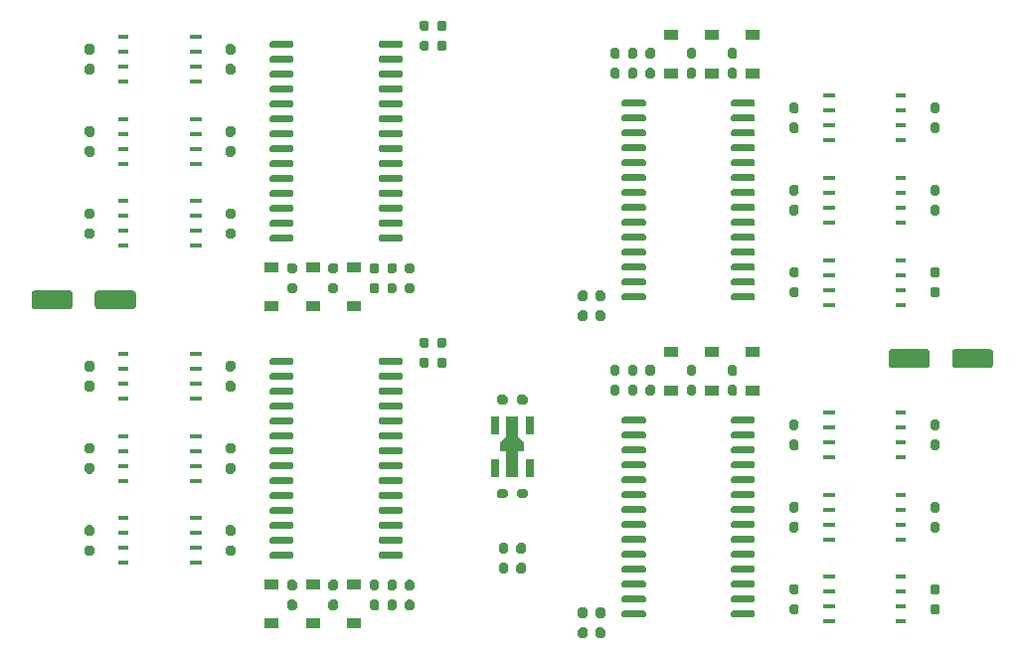
<source format=gtp>
G04 #@! TF.GenerationSoftware,KiCad,Pcbnew,(5.1.10-1-10_14)*
G04 #@! TF.CreationDate,2021-08-08T19:50:54+09:00*
G04 #@! TF.ProjectId,BldcDriver,426c6463-4472-4697-9665-722e6b696361,V4.0*
G04 #@! TF.SameCoordinates,Original*
G04 #@! TF.FileFunction,Paste,Top*
G04 #@! TF.FilePolarity,Positive*
%FSLAX46Y46*%
G04 Gerber Fmt 4.6, Leading zero omitted, Abs format (unit mm)*
G04 Created by KiCad (PCBNEW (5.1.10-1-10_14)) date 2021-08-08 19:50:54*
%MOMM*%
%LPD*%
G01*
G04 APERTURE LIST*
%ADD10R,0.700000X1.500000*%
%ADD11C,0.100000*%
%ADD12R,1.050000X0.420000*%
%ADD13R,0.945000X0.420000*%
%ADD14R,1.200000X0.900000*%
G04 APERTURE END LIST*
G36*
G01*
X-18625000Y7895000D02*
X-18625000Y7595000D01*
G75*
G02*
X-18775000Y7445000I-150000J0D01*
G01*
X-20525000Y7445000D01*
G75*
G02*
X-20675000Y7595000I0J150000D01*
G01*
X-20675000Y7895000D01*
G75*
G02*
X-20525000Y8045000I150000J0D01*
G01*
X-18775000Y8045000D01*
G75*
G02*
X-18625000Y7895000I0J-150000D01*
G01*
G37*
G36*
G01*
X-18625000Y9165000D02*
X-18625000Y8865000D01*
G75*
G02*
X-18775000Y8715000I-150000J0D01*
G01*
X-20525000Y8715000D01*
G75*
G02*
X-20675000Y8865000I0J150000D01*
G01*
X-20675000Y9165000D01*
G75*
G02*
X-20525000Y9315000I150000J0D01*
G01*
X-18775000Y9315000D01*
G75*
G02*
X-18625000Y9165000I0J-150000D01*
G01*
G37*
G36*
G01*
X-18625000Y10435000D02*
X-18625000Y10135000D01*
G75*
G02*
X-18775000Y9985000I-150000J0D01*
G01*
X-20525000Y9985000D01*
G75*
G02*
X-20675000Y10135000I0J150000D01*
G01*
X-20675000Y10435000D01*
G75*
G02*
X-20525000Y10585000I150000J0D01*
G01*
X-18775000Y10585000D01*
G75*
G02*
X-18625000Y10435000I0J-150000D01*
G01*
G37*
G36*
G01*
X-18625000Y11705000D02*
X-18625000Y11405000D01*
G75*
G02*
X-18775000Y11255000I-150000J0D01*
G01*
X-20525000Y11255000D01*
G75*
G02*
X-20675000Y11405000I0J150000D01*
G01*
X-20675000Y11705000D01*
G75*
G02*
X-20525000Y11855000I150000J0D01*
G01*
X-18775000Y11855000D01*
G75*
G02*
X-18625000Y11705000I0J-150000D01*
G01*
G37*
G36*
G01*
X-18625000Y12975000D02*
X-18625000Y12675000D01*
G75*
G02*
X-18775000Y12525000I-150000J0D01*
G01*
X-20525000Y12525000D01*
G75*
G02*
X-20675000Y12675000I0J150000D01*
G01*
X-20675000Y12975000D01*
G75*
G02*
X-20525000Y13125000I150000J0D01*
G01*
X-18775000Y13125000D01*
G75*
G02*
X-18625000Y12975000I0J-150000D01*
G01*
G37*
G36*
G01*
X-18625000Y14245000D02*
X-18625000Y13945000D01*
G75*
G02*
X-18775000Y13795000I-150000J0D01*
G01*
X-20525000Y13795000D01*
G75*
G02*
X-20675000Y13945000I0J150000D01*
G01*
X-20675000Y14245000D01*
G75*
G02*
X-20525000Y14395000I150000J0D01*
G01*
X-18775000Y14395000D01*
G75*
G02*
X-18625000Y14245000I0J-150000D01*
G01*
G37*
G36*
G01*
X-18625000Y15515000D02*
X-18625000Y15215000D01*
G75*
G02*
X-18775000Y15065000I-150000J0D01*
G01*
X-20525000Y15065000D01*
G75*
G02*
X-20675000Y15215000I0J150000D01*
G01*
X-20675000Y15515000D01*
G75*
G02*
X-20525000Y15665000I150000J0D01*
G01*
X-18775000Y15665000D01*
G75*
G02*
X-18625000Y15515000I0J-150000D01*
G01*
G37*
G36*
G01*
X-18625000Y16785000D02*
X-18625000Y16485000D01*
G75*
G02*
X-18775000Y16335000I-150000J0D01*
G01*
X-20525000Y16335000D01*
G75*
G02*
X-20675000Y16485000I0J150000D01*
G01*
X-20675000Y16785000D01*
G75*
G02*
X-20525000Y16935000I150000J0D01*
G01*
X-18775000Y16935000D01*
G75*
G02*
X-18625000Y16785000I0J-150000D01*
G01*
G37*
G36*
G01*
X-18625000Y18055000D02*
X-18625000Y17755000D01*
G75*
G02*
X-18775000Y17605000I-150000J0D01*
G01*
X-20525000Y17605000D01*
G75*
G02*
X-20675000Y17755000I0J150000D01*
G01*
X-20675000Y18055000D01*
G75*
G02*
X-20525000Y18205000I150000J0D01*
G01*
X-18775000Y18205000D01*
G75*
G02*
X-18625000Y18055000I0J-150000D01*
G01*
G37*
G36*
G01*
X-18625000Y19325000D02*
X-18625000Y19025000D01*
G75*
G02*
X-18775000Y18875000I-150000J0D01*
G01*
X-20525000Y18875000D01*
G75*
G02*
X-20675000Y19025000I0J150000D01*
G01*
X-20675000Y19325000D01*
G75*
G02*
X-20525000Y19475000I150000J0D01*
G01*
X-18775000Y19475000D01*
G75*
G02*
X-18625000Y19325000I0J-150000D01*
G01*
G37*
G36*
G01*
X-18625000Y20595000D02*
X-18625000Y20295000D01*
G75*
G02*
X-18775000Y20145000I-150000J0D01*
G01*
X-20525000Y20145000D01*
G75*
G02*
X-20675000Y20295000I0J150000D01*
G01*
X-20675000Y20595000D01*
G75*
G02*
X-20525000Y20745000I150000J0D01*
G01*
X-18775000Y20745000D01*
G75*
G02*
X-18625000Y20595000I0J-150000D01*
G01*
G37*
G36*
G01*
X-18625000Y21865000D02*
X-18625000Y21565000D01*
G75*
G02*
X-18775000Y21415000I-150000J0D01*
G01*
X-20525000Y21415000D01*
G75*
G02*
X-20675000Y21565000I0J150000D01*
G01*
X-20675000Y21865000D01*
G75*
G02*
X-20525000Y22015000I150000J0D01*
G01*
X-18775000Y22015000D01*
G75*
G02*
X-18625000Y21865000I0J-150000D01*
G01*
G37*
G36*
G01*
X-18625000Y23135000D02*
X-18625000Y22835000D01*
G75*
G02*
X-18775000Y22685000I-150000J0D01*
G01*
X-20525000Y22685000D01*
G75*
G02*
X-20675000Y22835000I0J150000D01*
G01*
X-20675000Y23135000D01*
G75*
G02*
X-20525000Y23285000I150000J0D01*
G01*
X-18775000Y23285000D01*
G75*
G02*
X-18625000Y23135000I0J-150000D01*
G01*
G37*
G36*
G01*
X-18625000Y24405000D02*
X-18625000Y24105000D01*
G75*
G02*
X-18775000Y23955000I-150000J0D01*
G01*
X-20525000Y23955000D01*
G75*
G02*
X-20675000Y24105000I0J150000D01*
G01*
X-20675000Y24405000D01*
G75*
G02*
X-20525000Y24555000I150000J0D01*
G01*
X-18775000Y24555000D01*
G75*
G02*
X-18625000Y24405000I0J-150000D01*
G01*
G37*
G36*
G01*
X-9325000Y24405000D02*
X-9325000Y24105000D01*
G75*
G02*
X-9475000Y23955000I-150000J0D01*
G01*
X-11225000Y23955000D01*
G75*
G02*
X-11375000Y24105000I0J150000D01*
G01*
X-11375000Y24405000D01*
G75*
G02*
X-11225000Y24555000I150000J0D01*
G01*
X-9475000Y24555000D01*
G75*
G02*
X-9325000Y24405000I0J-150000D01*
G01*
G37*
G36*
G01*
X-9325000Y23135000D02*
X-9325000Y22835000D01*
G75*
G02*
X-9475000Y22685000I-150000J0D01*
G01*
X-11225000Y22685000D01*
G75*
G02*
X-11375000Y22835000I0J150000D01*
G01*
X-11375000Y23135000D01*
G75*
G02*
X-11225000Y23285000I150000J0D01*
G01*
X-9475000Y23285000D01*
G75*
G02*
X-9325000Y23135000I0J-150000D01*
G01*
G37*
G36*
G01*
X-9325000Y21865000D02*
X-9325000Y21565000D01*
G75*
G02*
X-9475000Y21415000I-150000J0D01*
G01*
X-11225000Y21415000D01*
G75*
G02*
X-11375000Y21565000I0J150000D01*
G01*
X-11375000Y21865000D01*
G75*
G02*
X-11225000Y22015000I150000J0D01*
G01*
X-9475000Y22015000D01*
G75*
G02*
X-9325000Y21865000I0J-150000D01*
G01*
G37*
G36*
G01*
X-9325000Y20595000D02*
X-9325000Y20295000D01*
G75*
G02*
X-9475000Y20145000I-150000J0D01*
G01*
X-11225000Y20145000D01*
G75*
G02*
X-11375000Y20295000I0J150000D01*
G01*
X-11375000Y20595000D01*
G75*
G02*
X-11225000Y20745000I150000J0D01*
G01*
X-9475000Y20745000D01*
G75*
G02*
X-9325000Y20595000I0J-150000D01*
G01*
G37*
G36*
G01*
X-9325000Y19325000D02*
X-9325000Y19025000D01*
G75*
G02*
X-9475000Y18875000I-150000J0D01*
G01*
X-11225000Y18875000D01*
G75*
G02*
X-11375000Y19025000I0J150000D01*
G01*
X-11375000Y19325000D01*
G75*
G02*
X-11225000Y19475000I150000J0D01*
G01*
X-9475000Y19475000D01*
G75*
G02*
X-9325000Y19325000I0J-150000D01*
G01*
G37*
G36*
G01*
X-9325000Y18055000D02*
X-9325000Y17755000D01*
G75*
G02*
X-9475000Y17605000I-150000J0D01*
G01*
X-11225000Y17605000D01*
G75*
G02*
X-11375000Y17755000I0J150000D01*
G01*
X-11375000Y18055000D01*
G75*
G02*
X-11225000Y18205000I150000J0D01*
G01*
X-9475000Y18205000D01*
G75*
G02*
X-9325000Y18055000I0J-150000D01*
G01*
G37*
G36*
G01*
X-9325000Y16785000D02*
X-9325000Y16485000D01*
G75*
G02*
X-9475000Y16335000I-150000J0D01*
G01*
X-11225000Y16335000D01*
G75*
G02*
X-11375000Y16485000I0J150000D01*
G01*
X-11375000Y16785000D01*
G75*
G02*
X-11225000Y16935000I150000J0D01*
G01*
X-9475000Y16935000D01*
G75*
G02*
X-9325000Y16785000I0J-150000D01*
G01*
G37*
G36*
G01*
X-9325000Y15515000D02*
X-9325000Y15215000D01*
G75*
G02*
X-9475000Y15065000I-150000J0D01*
G01*
X-11225000Y15065000D01*
G75*
G02*
X-11375000Y15215000I0J150000D01*
G01*
X-11375000Y15515000D01*
G75*
G02*
X-11225000Y15665000I150000J0D01*
G01*
X-9475000Y15665000D01*
G75*
G02*
X-9325000Y15515000I0J-150000D01*
G01*
G37*
G36*
G01*
X-9325000Y14245000D02*
X-9325000Y13945000D01*
G75*
G02*
X-9475000Y13795000I-150000J0D01*
G01*
X-11225000Y13795000D01*
G75*
G02*
X-11375000Y13945000I0J150000D01*
G01*
X-11375000Y14245000D01*
G75*
G02*
X-11225000Y14395000I150000J0D01*
G01*
X-9475000Y14395000D01*
G75*
G02*
X-9325000Y14245000I0J-150000D01*
G01*
G37*
G36*
G01*
X-9325000Y12975000D02*
X-9325000Y12675000D01*
G75*
G02*
X-9475000Y12525000I-150000J0D01*
G01*
X-11225000Y12525000D01*
G75*
G02*
X-11375000Y12675000I0J150000D01*
G01*
X-11375000Y12975000D01*
G75*
G02*
X-11225000Y13125000I150000J0D01*
G01*
X-9475000Y13125000D01*
G75*
G02*
X-9325000Y12975000I0J-150000D01*
G01*
G37*
G36*
G01*
X-9325000Y11705000D02*
X-9325000Y11405000D01*
G75*
G02*
X-9475000Y11255000I-150000J0D01*
G01*
X-11225000Y11255000D01*
G75*
G02*
X-11375000Y11405000I0J150000D01*
G01*
X-11375000Y11705000D01*
G75*
G02*
X-11225000Y11855000I150000J0D01*
G01*
X-9475000Y11855000D01*
G75*
G02*
X-9325000Y11705000I0J-150000D01*
G01*
G37*
G36*
G01*
X-9325000Y10435000D02*
X-9325000Y10135000D01*
G75*
G02*
X-9475000Y9985000I-150000J0D01*
G01*
X-11225000Y9985000D01*
G75*
G02*
X-11375000Y10135000I0J150000D01*
G01*
X-11375000Y10435000D01*
G75*
G02*
X-11225000Y10585000I150000J0D01*
G01*
X-9475000Y10585000D01*
G75*
G02*
X-9325000Y10435000I0J-150000D01*
G01*
G37*
G36*
G01*
X-9325000Y9165000D02*
X-9325000Y8865000D01*
G75*
G02*
X-9475000Y8715000I-150000J0D01*
G01*
X-11225000Y8715000D01*
G75*
G02*
X-11375000Y8865000I0J150000D01*
G01*
X-11375000Y9165000D01*
G75*
G02*
X-11225000Y9315000I150000J0D01*
G01*
X-9475000Y9315000D01*
G75*
G02*
X-9325000Y9165000I0J-150000D01*
G01*
G37*
G36*
G01*
X-9325000Y7895000D02*
X-9325000Y7595000D01*
G75*
G02*
X-9475000Y7445000I-150000J0D01*
G01*
X-11225000Y7445000D01*
G75*
G02*
X-11375000Y7595000I0J150000D01*
G01*
X-11375000Y7895000D01*
G75*
G02*
X-11225000Y8045000I150000J0D01*
G01*
X-9475000Y8045000D01*
G75*
G02*
X-9325000Y7895000I0J-150000D01*
G01*
G37*
G36*
G01*
X-18625000Y-19105000D02*
X-18625000Y-19405000D01*
G75*
G02*
X-18775000Y-19555000I-150000J0D01*
G01*
X-20525000Y-19555000D01*
G75*
G02*
X-20675000Y-19405000I0J150000D01*
G01*
X-20675000Y-19105000D01*
G75*
G02*
X-20525000Y-18955000I150000J0D01*
G01*
X-18775000Y-18955000D01*
G75*
G02*
X-18625000Y-19105000I0J-150000D01*
G01*
G37*
G36*
G01*
X-18625000Y-17835000D02*
X-18625000Y-18135000D01*
G75*
G02*
X-18775000Y-18285000I-150000J0D01*
G01*
X-20525000Y-18285000D01*
G75*
G02*
X-20675000Y-18135000I0J150000D01*
G01*
X-20675000Y-17835000D01*
G75*
G02*
X-20525000Y-17685000I150000J0D01*
G01*
X-18775000Y-17685000D01*
G75*
G02*
X-18625000Y-17835000I0J-150000D01*
G01*
G37*
G36*
G01*
X-18625000Y-16565000D02*
X-18625000Y-16865000D01*
G75*
G02*
X-18775000Y-17015000I-150000J0D01*
G01*
X-20525000Y-17015000D01*
G75*
G02*
X-20675000Y-16865000I0J150000D01*
G01*
X-20675000Y-16565000D01*
G75*
G02*
X-20525000Y-16415000I150000J0D01*
G01*
X-18775000Y-16415000D01*
G75*
G02*
X-18625000Y-16565000I0J-150000D01*
G01*
G37*
G36*
G01*
X-18625000Y-15295000D02*
X-18625000Y-15595000D01*
G75*
G02*
X-18775000Y-15745000I-150000J0D01*
G01*
X-20525000Y-15745000D01*
G75*
G02*
X-20675000Y-15595000I0J150000D01*
G01*
X-20675000Y-15295000D01*
G75*
G02*
X-20525000Y-15145000I150000J0D01*
G01*
X-18775000Y-15145000D01*
G75*
G02*
X-18625000Y-15295000I0J-150000D01*
G01*
G37*
G36*
G01*
X-18625000Y-14025000D02*
X-18625000Y-14325000D01*
G75*
G02*
X-18775000Y-14475000I-150000J0D01*
G01*
X-20525000Y-14475000D01*
G75*
G02*
X-20675000Y-14325000I0J150000D01*
G01*
X-20675000Y-14025000D01*
G75*
G02*
X-20525000Y-13875000I150000J0D01*
G01*
X-18775000Y-13875000D01*
G75*
G02*
X-18625000Y-14025000I0J-150000D01*
G01*
G37*
G36*
G01*
X-18625000Y-12755000D02*
X-18625000Y-13055000D01*
G75*
G02*
X-18775000Y-13205000I-150000J0D01*
G01*
X-20525000Y-13205000D01*
G75*
G02*
X-20675000Y-13055000I0J150000D01*
G01*
X-20675000Y-12755000D01*
G75*
G02*
X-20525000Y-12605000I150000J0D01*
G01*
X-18775000Y-12605000D01*
G75*
G02*
X-18625000Y-12755000I0J-150000D01*
G01*
G37*
G36*
G01*
X-18625000Y-11485000D02*
X-18625000Y-11785000D01*
G75*
G02*
X-18775000Y-11935000I-150000J0D01*
G01*
X-20525000Y-11935000D01*
G75*
G02*
X-20675000Y-11785000I0J150000D01*
G01*
X-20675000Y-11485000D01*
G75*
G02*
X-20525000Y-11335000I150000J0D01*
G01*
X-18775000Y-11335000D01*
G75*
G02*
X-18625000Y-11485000I0J-150000D01*
G01*
G37*
G36*
G01*
X-18625000Y-10215000D02*
X-18625000Y-10515000D01*
G75*
G02*
X-18775000Y-10665000I-150000J0D01*
G01*
X-20525000Y-10665000D01*
G75*
G02*
X-20675000Y-10515000I0J150000D01*
G01*
X-20675000Y-10215000D01*
G75*
G02*
X-20525000Y-10065000I150000J0D01*
G01*
X-18775000Y-10065000D01*
G75*
G02*
X-18625000Y-10215000I0J-150000D01*
G01*
G37*
G36*
G01*
X-18625000Y-8945000D02*
X-18625000Y-9245000D01*
G75*
G02*
X-18775000Y-9395000I-150000J0D01*
G01*
X-20525000Y-9395000D01*
G75*
G02*
X-20675000Y-9245000I0J150000D01*
G01*
X-20675000Y-8945000D01*
G75*
G02*
X-20525000Y-8795000I150000J0D01*
G01*
X-18775000Y-8795000D01*
G75*
G02*
X-18625000Y-8945000I0J-150000D01*
G01*
G37*
G36*
G01*
X-18625000Y-7675000D02*
X-18625000Y-7975000D01*
G75*
G02*
X-18775000Y-8125000I-150000J0D01*
G01*
X-20525000Y-8125000D01*
G75*
G02*
X-20675000Y-7975000I0J150000D01*
G01*
X-20675000Y-7675000D01*
G75*
G02*
X-20525000Y-7525000I150000J0D01*
G01*
X-18775000Y-7525000D01*
G75*
G02*
X-18625000Y-7675000I0J-150000D01*
G01*
G37*
G36*
G01*
X-18625000Y-6405000D02*
X-18625000Y-6705000D01*
G75*
G02*
X-18775000Y-6855000I-150000J0D01*
G01*
X-20525000Y-6855000D01*
G75*
G02*
X-20675000Y-6705000I0J150000D01*
G01*
X-20675000Y-6405000D01*
G75*
G02*
X-20525000Y-6255000I150000J0D01*
G01*
X-18775000Y-6255000D01*
G75*
G02*
X-18625000Y-6405000I0J-150000D01*
G01*
G37*
G36*
G01*
X-18625000Y-5135000D02*
X-18625000Y-5435000D01*
G75*
G02*
X-18775000Y-5585000I-150000J0D01*
G01*
X-20525000Y-5585000D01*
G75*
G02*
X-20675000Y-5435000I0J150000D01*
G01*
X-20675000Y-5135000D01*
G75*
G02*
X-20525000Y-4985000I150000J0D01*
G01*
X-18775000Y-4985000D01*
G75*
G02*
X-18625000Y-5135000I0J-150000D01*
G01*
G37*
G36*
G01*
X-18625000Y-3865000D02*
X-18625000Y-4165000D01*
G75*
G02*
X-18775000Y-4315000I-150000J0D01*
G01*
X-20525000Y-4315000D01*
G75*
G02*
X-20675000Y-4165000I0J150000D01*
G01*
X-20675000Y-3865000D01*
G75*
G02*
X-20525000Y-3715000I150000J0D01*
G01*
X-18775000Y-3715000D01*
G75*
G02*
X-18625000Y-3865000I0J-150000D01*
G01*
G37*
G36*
G01*
X-18625000Y-2595000D02*
X-18625000Y-2895000D01*
G75*
G02*
X-18775000Y-3045000I-150000J0D01*
G01*
X-20525000Y-3045000D01*
G75*
G02*
X-20675000Y-2895000I0J150000D01*
G01*
X-20675000Y-2595000D01*
G75*
G02*
X-20525000Y-2445000I150000J0D01*
G01*
X-18775000Y-2445000D01*
G75*
G02*
X-18625000Y-2595000I0J-150000D01*
G01*
G37*
G36*
G01*
X-9325000Y-2595000D02*
X-9325000Y-2895000D01*
G75*
G02*
X-9475000Y-3045000I-150000J0D01*
G01*
X-11225000Y-3045000D01*
G75*
G02*
X-11375000Y-2895000I0J150000D01*
G01*
X-11375000Y-2595000D01*
G75*
G02*
X-11225000Y-2445000I150000J0D01*
G01*
X-9475000Y-2445000D01*
G75*
G02*
X-9325000Y-2595000I0J-150000D01*
G01*
G37*
G36*
G01*
X-9325000Y-3865000D02*
X-9325000Y-4165000D01*
G75*
G02*
X-9475000Y-4315000I-150000J0D01*
G01*
X-11225000Y-4315000D01*
G75*
G02*
X-11375000Y-4165000I0J150000D01*
G01*
X-11375000Y-3865000D01*
G75*
G02*
X-11225000Y-3715000I150000J0D01*
G01*
X-9475000Y-3715000D01*
G75*
G02*
X-9325000Y-3865000I0J-150000D01*
G01*
G37*
G36*
G01*
X-9325000Y-5135000D02*
X-9325000Y-5435000D01*
G75*
G02*
X-9475000Y-5585000I-150000J0D01*
G01*
X-11225000Y-5585000D01*
G75*
G02*
X-11375000Y-5435000I0J150000D01*
G01*
X-11375000Y-5135000D01*
G75*
G02*
X-11225000Y-4985000I150000J0D01*
G01*
X-9475000Y-4985000D01*
G75*
G02*
X-9325000Y-5135000I0J-150000D01*
G01*
G37*
G36*
G01*
X-9325000Y-6405000D02*
X-9325000Y-6705000D01*
G75*
G02*
X-9475000Y-6855000I-150000J0D01*
G01*
X-11225000Y-6855000D01*
G75*
G02*
X-11375000Y-6705000I0J150000D01*
G01*
X-11375000Y-6405000D01*
G75*
G02*
X-11225000Y-6255000I150000J0D01*
G01*
X-9475000Y-6255000D01*
G75*
G02*
X-9325000Y-6405000I0J-150000D01*
G01*
G37*
G36*
G01*
X-9325000Y-7675000D02*
X-9325000Y-7975000D01*
G75*
G02*
X-9475000Y-8125000I-150000J0D01*
G01*
X-11225000Y-8125000D01*
G75*
G02*
X-11375000Y-7975000I0J150000D01*
G01*
X-11375000Y-7675000D01*
G75*
G02*
X-11225000Y-7525000I150000J0D01*
G01*
X-9475000Y-7525000D01*
G75*
G02*
X-9325000Y-7675000I0J-150000D01*
G01*
G37*
G36*
G01*
X-9325000Y-8945000D02*
X-9325000Y-9245000D01*
G75*
G02*
X-9475000Y-9395000I-150000J0D01*
G01*
X-11225000Y-9395000D01*
G75*
G02*
X-11375000Y-9245000I0J150000D01*
G01*
X-11375000Y-8945000D01*
G75*
G02*
X-11225000Y-8795000I150000J0D01*
G01*
X-9475000Y-8795000D01*
G75*
G02*
X-9325000Y-8945000I0J-150000D01*
G01*
G37*
G36*
G01*
X-9325000Y-10215000D02*
X-9325000Y-10515000D01*
G75*
G02*
X-9475000Y-10665000I-150000J0D01*
G01*
X-11225000Y-10665000D01*
G75*
G02*
X-11375000Y-10515000I0J150000D01*
G01*
X-11375000Y-10215000D01*
G75*
G02*
X-11225000Y-10065000I150000J0D01*
G01*
X-9475000Y-10065000D01*
G75*
G02*
X-9325000Y-10215000I0J-150000D01*
G01*
G37*
G36*
G01*
X-9325000Y-11485000D02*
X-9325000Y-11785000D01*
G75*
G02*
X-9475000Y-11935000I-150000J0D01*
G01*
X-11225000Y-11935000D01*
G75*
G02*
X-11375000Y-11785000I0J150000D01*
G01*
X-11375000Y-11485000D01*
G75*
G02*
X-11225000Y-11335000I150000J0D01*
G01*
X-9475000Y-11335000D01*
G75*
G02*
X-9325000Y-11485000I0J-150000D01*
G01*
G37*
G36*
G01*
X-9325000Y-12755000D02*
X-9325000Y-13055000D01*
G75*
G02*
X-9475000Y-13205000I-150000J0D01*
G01*
X-11225000Y-13205000D01*
G75*
G02*
X-11375000Y-13055000I0J150000D01*
G01*
X-11375000Y-12755000D01*
G75*
G02*
X-11225000Y-12605000I150000J0D01*
G01*
X-9475000Y-12605000D01*
G75*
G02*
X-9325000Y-12755000I0J-150000D01*
G01*
G37*
G36*
G01*
X-9325000Y-14025000D02*
X-9325000Y-14325000D01*
G75*
G02*
X-9475000Y-14475000I-150000J0D01*
G01*
X-11225000Y-14475000D01*
G75*
G02*
X-11375000Y-14325000I0J150000D01*
G01*
X-11375000Y-14025000D01*
G75*
G02*
X-11225000Y-13875000I150000J0D01*
G01*
X-9475000Y-13875000D01*
G75*
G02*
X-9325000Y-14025000I0J-150000D01*
G01*
G37*
G36*
G01*
X-9325000Y-15295000D02*
X-9325000Y-15595000D01*
G75*
G02*
X-9475000Y-15745000I-150000J0D01*
G01*
X-11225000Y-15745000D01*
G75*
G02*
X-11375000Y-15595000I0J150000D01*
G01*
X-11375000Y-15295000D01*
G75*
G02*
X-11225000Y-15145000I150000J0D01*
G01*
X-9475000Y-15145000D01*
G75*
G02*
X-9325000Y-15295000I0J-150000D01*
G01*
G37*
G36*
G01*
X-9325000Y-16565000D02*
X-9325000Y-16865000D01*
G75*
G02*
X-9475000Y-17015000I-150000J0D01*
G01*
X-11225000Y-17015000D01*
G75*
G02*
X-11375000Y-16865000I0J150000D01*
G01*
X-11375000Y-16565000D01*
G75*
G02*
X-11225000Y-16415000I150000J0D01*
G01*
X-9475000Y-16415000D01*
G75*
G02*
X-9325000Y-16565000I0J-150000D01*
G01*
G37*
G36*
G01*
X-9325000Y-17835000D02*
X-9325000Y-18135000D01*
G75*
G02*
X-9475000Y-18285000I-150000J0D01*
G01*
X-11225000Y-18285000D01*
G75*
G02*
X-11375000Y-18135000I0J150000D01*
G01*
X-11375000Y-17835000D01*
G75*
G02*
X-11225000Y-17685000I150000J0D01*
G01*
X-9475000Y-17685000D01*
G75*
G02*
X-9325000Y-17835000I0J-150000D01*
G01*
G37*
G36*
G01*
X-9325000Y-19105000D02*
X-9325000Y-19405000D01*
G75*
G02*
X-9475000Y-19555000I-150000J0D01*
G01*
X-11225000Y-19555000D01*
G75*
G02*
X-11375000Y-19405000I0J150000D01*
G01*
X-11375000Y-19105000D01*
G75*
G02*
X-11225000Y-18955000I150000J0D01*
G01*
X-9475000Y-18955000D01*
G75*
G02*
X-9325000Y-19105000I0J-150000D01*
G01*
G37*
G36*
G01*
X18625000Y-7895000D02*
X18625000Y-7595000D01*
G75*
G02*
X18775000Y-7445000I150000J0D01*
G01*
X20525000Y-7445000D01*
G75*
G02*
X20675000Y-7595000I0J-150000D01*
G01*
X20675000Y-7895000D01*
G75*
G02*
X20525000Y-8045000I-150000J0D01*
G01*
X18775000Y-8045000D01*
G75*
G02*
X18625000Y-7895000I0J150000D01*
G01*
G37*
G36*
G01*
X18625000Y-9165000D02*
X18625000Y-8865000D01*
G75*
G02*
X18775000Y-8715000I150000J0D01*
G01*
X20525000Y-8715000D01*
G75*
G02*
X20675000Y-8865000I0J-150000D01*
G01*
X20675000Y-9165000D01*
G75*
G02*
X20525000Y-9315000I-150000J0D01*
G01*
X18775000Y-9315000D01*
G75*
G02*
X18625000Y-9165000I0J150000D01*
G01*
G37*
G36*
G01*
X18625000Y-10435000D02*
X18625000Y-10135000D01*
G75*
G02*
X18775000Y-9985000I150000J0D01*
G01*
X20525000Y-9985000D01*
G75*
G02*
X20675000Y-10135000I0J-150000D01*
G01*
X20675000Y-10435000D01*
G75*
G02*
X20525000Y-10585000I-150000J0D01*
G01*
X18775000Y-10585000D01*
G75*
G02*
X18625000Y-10435000I0J150000D01*
G01*
G37*
G36*
G01*
X18625000Y-11705000D02*
X18625000Y-11405000D01*
G75*
G02*
X18775000Y-11255000I150000J0D01*
G01*
X20525000Y-11255000D01*
G75*
G02*
X20675000Y-11405000I0J-150000D01*
G01*
X20675000Y-11705000D01*
G75*
G02*
X20525000Y-11855000I-150000J0D01*
G01*
X18775000Y-11855000D01*
G75*
G02*
X18625000Y-11705000I0J150000D01*
G01*
G37*
G36*
G01*
X18625000Y-12975000D02*
X18625000Y-12675000D01*
G75*
G02*
X18775000Y-12525000I150000J0D01*
G01*
X20525000Y-12525000D01*
G75*
G02*
X20675000Y-12675000I0J-150000D01*
G01*
X20675000Y-12975000D01*
G75*
G02*
X20525000Y-13125000I-150000J0D01*
G01*
X18775000Y-13125000D01*
G75*
G02*
X18625000Y-12975000I0J150000D01*
G01*
G37*
G36*
G01*
X18625000Y-14245000D02*
X18625000Y-13945000D01*
G75*
G02*
X18775000Y-13795000I150000J0D01*
G01*
X20525000Y-13795000D01*
G75*
G02*
X20675000Y-13945000I0J-150000D01*
G01*
X20675000Y-14245000D01*
G75*
G02*
X20525000Y-14395000I-150000J0D01*
G01*
X18775000Y-14395000D01*
G75*
G02*
X18625000Y-14245000I0J150000D01*
G01*
G37*
G36*
G01*
X18625000Y-15515000D02*
X18625000Y-15215000D01*
G75*
G02*
X18775000Y-15065000I150000J0D01*
G01*
X20525000Y-15065000D01*
G75*
G02*
X20675000Y-15215000I0J-150000D01*
G01*
X20675000Y-15515000D01*
G75*
G02*
X20525000Y-15665000I-150000J0D01*
G01*
X18775000Y-15665000D01*
G75*
G02*
X18625000Y-15515000I0J150000D01*
G01*
G37*
G36*
G01*
X18625000Y-16785000D02*
X18625000Y-16485000D01*
G75*
G02*
X18775000Y-16335000I150000J0D01*
G01*
X20525000Y-16335000D01*
G75*
G02*
X20675000Y-16485000I0J-150000D01*
G01*
X20675000Y-16785000D01*
G75*
G02*
X20525000Y-16935000I-150000J0D01*
G01*
X18775000Y-16935000D01*
G75*
G02*
X18625000Y-16785000I0J150000D01*
G01*
G37*
G36*
G01*
X18625000Y-18055000D02*
X18625000Y-17755000D01*
G75*
G02*
X18775000Y-17605000I150000J0D01*
G01*
X20525000Y-17605000D01*
G75*
G02*
X20675000Y-17755000I0J-150000D01*
G01*
X20675000Y-18055000D01*
G75*
G02*
X20525000Y-18205000I-150000J0D01*
G01*
X18775000Y-18205000D01*
G75*
G02*
X18625000Y-18055000I0J150000D01*
G01*
G37*
G36*
G01*
X18625000Y-19325000D02*
X18625000Y-19025000D01*
G75*
G02*
X18775000Y-18875000I150000J0D01*
G01*
X20525000Y-18875000D01*
G75*
G02*
X20675000Y-19025000I0J-150000D01*
G01*
X20675000Y-19325000D01*
G75*
G02*
X20525000Y-19475000I-150000J0D01*
G01*
X18775000Y-19475000D01*
G75*
G02*
X18625000Y-19325000I0J150000D01*
G01*
G37*
G36*
G01*
X18625000Y-20595000D02*
X18625000Y-20295000D01*
G75*
G02*
X18775000Y-20145000I150000J0D01*
G01*
X20525000Y-20145000D01*
G75*
G02*
X20675000Y-20295000I0J-150000D01*
G01*
X20675000Y-20595000D01*
G75*
G02*
X20525000Y-20745000I-150000J0D01*
G01*
X18775000Y-20745000D01*
G75*
G02*
X18625000Y-20595000I0J150000D01*
G01*
G37*
G36*
G01*
X18625000Y-21865000D02*
X18625000Y-21565000D01*
G75*
G02*
X18775000Y-21415000I150000J0D01*
G01*
X20525000Y-21415000D01*
G75*
G02*
X20675000Y-21565000I0J-150000D01*
G01*
X20675000Y-21865000D01*
G75*
G02*
X20525000Y-22015000I-150000J0D01*
G01*
X18775000Y-22015000D01*
G75*
G02*
X18625000Y-21865000I0J150000D01*
G01*
G37*
G36*
G01*
X18625000Y-23135000D02*
X18625000Y-22835000D01*
G75*
G02*
X18775000Y-22685000I150000J0D01*
G01*
X20525000Y-22685000D01*
G75*
G02*
X20675000Y-22835000I0J-150000D01*
G01*
X20675000Y-23135000D01*
G75*
G02*
X20525000Y-23285000I-150000J0D01*
G01*
X18775000Y-23285000D01*
G75*
G02*
X18625000Y-23135000I0J150000D01*
G01*
G37*
G36*
G01*
X18625000Y-24405000D02*
X18625000Y-24105000D01*
G75*
G02*
X18775000Y-23955000I150000J0D01*
G01*
X20525000Y-23955000D01*
G75*
G02*
X20675000Y-24105000I0J-150000D01*
G01*
X20675000Y-24405000D01*
G75*
G02*
X20525000Y-24555000I-150000J0D01*
G01*
X18775000Y-24555000D01*
G75*
G02*
X18625000Y-24405000I0J150000D01*
G01*
G37*
G36*
G01*
X9325000Y-24405000D02*
X9325000Y-24105000D01*
G75*
G02*
X9475000Y-23955000I150000J0D01*
G01*
X11225000Y-23955000D01*
G75*
G02*
X11375000Y-24105000I0J-150000D01*
G01*
X11375000Y-24405000D01*
G75*
G02*
X11225000Y-24555000I-150000J0D01*
G01*
X9475000Y-24555000D01*
G75*
G02*
X9325000Y-24405000I0J150000D01*
G01*
G37*
G36*
G01*
X9325000Y-23135000D02*
X9325000Y-22835000D01*
G75*
G02*
X9475000Y-22685000I150000J0D01*
G01*
X11225000Y-22685000D01*
G75*
G02*
X11375000Y-22835000I0J-150000D01*
G01*
X11375000Y-23135000D01*
G75*
G02*
X11225000Y-23285000I-150000J0D01*
G01*
X9475000Y-23285000D01*
G75*
G02*
X9325000Y-23135000I0J150000D01*
G01*
G37*
G36*
G01*
X9325000Y-21865000D02*
X9325000Y-21565000D01*
G75*
G02*
X9475000Y-21415000I150000J0D01*
G01*
X11225000Y-21415000D01*
G75*
G02*
X11375000Y-21565000I0J-150000D01*
G01*
X11375000Y-21865000D01*
G75*
G02*
X11225000Y-22015000I-150000J0D01*
G01*
X9475000Y-22015000D01*
G75*
G02*
X9325000Y-21865000I0J150000D01*
G01*
G37*
G36*
G01*
X9325000Y-20595000D02*
X9325000Y-20295000D01*
G75*
G02*
X9475000Y-20145000I150000J0D01*
G01*
X11225000Y-20145000D01*
G75*
G02*
X11375000Y-20295000I0J-150000D01*
G01*
X11375000Y-20595000D01*
G75*
G02*
X11225000Y-20745000I-150000J0D01*
G01*
X9475000Y-20745000D01*
G75*
G02*
X9325000Y-20595000I0J150000D01*
G01*
G37*
G36*
G01*
X9325000Y-19325000D02*
X9325000Y-19025000D01*
G75*
G02*
X9475000Y-18875000I150000J0D01*
G01*
X11225000Y-18875000D01*
G75*
G02*
X11375000Y-19025000I0J-150000D01*
G01*
X11375000Y-19325000D01*
G75*
G02*
X11225000Y-19475000I-150000J0D01*
G01*
X9475000Y-19475000D01*
G75*
G02*
X9325000Y-19325000I0J150000D01*
G01*
G37*
G36*
G01*
X9325000Y-18055000D02*
X9325000Y-17755000D01*
G75*
G02*
X9475000Y-17605000I150000J0D01*
G01*
X11225000Y-17605000D01*
G75*
G02*
X11375000Y-17755000I0J-150000D01*
G01*
X11375000Y-18055000D01*
G75*
G02*
X11225000Y-18205000I-150000J0D01*
G01*
X9475000Y-18205000D01*
G75*
G02*
X9325000Y-18055000I0J150000D01*
G01*
G37*
G36*
G01*
X9325000Y-16785000D02*
X9325000Y-16485000D01*
G75*
G02*
X9475000Y-16335000I150000J0D01*
G01*
X11225000Y-16335000D01*
G75*
G02*
X11375000Y-16485000I0J-150000D01*
G01*
X11375000Y-16785000D01*
G75*
G02*
X11225000Y-16935000I-150000J0D01*
G01*
X9475000Y-16935000D01*
G75*
G02*
X9325000Y-16785000I0J150000D01*
G01*
G37*
G36*
G01*
X9325000Y-15515000D02*
X9325000Y-15215000D01*
G75*
G02*
X9475000Y-15065000I150000J0D01*
G01*
X11225000Y-15065000D01*
G75*
G02*
X11375000Y-15215000I0J-150000D01*
G01*
X11375000Y-15515000D01*
G75*
G02*
X11225000Y-15665000I-150000J0D01*
G01*
X9475000Y-15665000D01*
G75*
G02*
X9325000Y-15515000I0J150000D01*
G01*
G37*
G36*
G01*
X9325000Y-14245000D02*
X9325000Y-13945000D01*
G75*
G02*
X9475000Y-13795000I150000J0D01*
G01*
X11225000Y-13795000D01*
G75*
G02*
X11375000Y-13945000I0J-150000D01*
G01*
X11375000Y-14245000D01*
G75*
G02*
X11225000Y-14395000I-150000J0D01*
G01*
X9475000Y-14395000D01*
G75*
G02*
X9325000Y-14245000I0J150000D01*
G01*
G37*
G36*
G01*
X9325000Y-12975000D02*
X9325000Y-12675000D01*
G75*
G02*
X9475000Y-12525000I150000J0D01*
G01*
X11225000Y-12525000D01*
G75*
G02*
X11375000Y-12675000I0J-150000D01*
G01*
X11375000Y-12975000D01*
G75*
G02*
X11225000Y-13125000I-150000J0D01*
G01*
X9475000Y-13125000D01*
G75*
G02*
X9325000Y-12975000I0J150000D01*
G01*
G37*
G36*
G01*
X9325000Y-11705000D02*
X9325000Y-11405000D01*
G75*
G02*
X9475000Y-11255000I150000J0D01*
G01*
X11225000Y-11255000D01*
G75*
G02*
X11375000Y-11405000I0J-150000D01*
G01*
X11375000Y-11705000D01*
G75*
G02*
X11225000Y-11855000I-150000J0D01*
G01*
X9475000Y-11855000D01*
G75*
G02*
X9325000Y-11705000I0J150000D01*
G01*
G37*
G36*
G01*
X9325000Y-10435000D02*
X9325000Y-10135000D01*
G75*
G02*
X9475000Y-9985000I150000J0D01*
G01*
X11225000Y-9985000D01*
G75*
G02*
X11375000Y-10135000I0J-150000D01*
G01*
X11375000Y-10435000D01*
G75*
G02*
X11225000Y-10585000I-150000J0D01*
G01*
X9475000Y-10585000D01*
G75*
G02*
X9325000Y-10435000I0J150000D01*
G01*
G37*
G36*
G01*
X9325000Y-9165000D02*
X9325000Y-8865000D01*
G75*
G02*
X9475000Y-8715000I150000J0D01*
G01*
X11225000Y-8715000D01*
G75*
G02*
X11375000Y-8865000I0J-150000D01*
G01*
X11375000Y-9165000D01*
G75*
G02*
X11225000Y-9315000I-150000J0D01*
G01*
X9475000Y-9315000D01*
G75*
G02*
X9325000Y-9165000I0J150000D01*
G01*
G37*
G36*
G01*
X9325000Y-7895000D02*
X9325000Y-7595000D01*
G75*
G02*
X9475000Y-7445000I150000J0D01*
G01*
X11225000Y-7445000D01*
G75*
G02*
X11375000Y-7595000I0J-150000D01*
G01*
X11375000Y-7895000D01*
G75*
G02*
X11225000Y-8045000I-150000J0D01*
G01*
X9475000Y-8045000D01*
G75*
G02*
X9325000Y-7895000I0J150000D01*
G01*
G37*
D10*
X-1500000Y-8150000D03*
X1500000Y-8150000D03*
X-1500000Y-11850000D03*
X1500000Y-11850000D03*
D11*
G36*
X-500000Y-9100000D02*
G01*
X-500000Y-7400000D01*
X500000Y-7400000D01*
X500000Y-9100000D01*
X1000000Y-9600000D01*
X1000000Y-10400000D01*
X500000Y-10400000D01*
X500000Y-12600000D01*
X-500000Y-12600000D01*
X-500000Y-10400000D01*
X-1000000Y-10400000D01*
X-1000000Y-9600000D01*
X-500000Y-9100000D01*
G37*
G36*
G01*
X-24200000Y24300000D02*
X-23800000Y24300000D01*
G75*
G02*
X-23600000Y24100000I0J-200000D01*
G01*
X-23600000Y23600000D01*
G75*
G02*
X-23800000Y23400000I-200000J0D01*
G01*
X-24200000Y23400000D01*
G75*
G02*
X-24400000Y23600000I0J200000D01*
G01*
X-24400000Y24100000D01*
G75*
G02*
X-24200000Y24300000I200000J0D01*
G01*
G37*
G36*
G01*
X-24200000Y22600000D02*
X-23800000Y22600000D01*
G75*
G02*
X-23600000Y22400000I0J-200000D01*
G01*
X-23600000Y21900000D01*
G75*
G02*
X-23800000Y21700000I-200000J0D01*
G01*
X-24200000Y21700000D01*
G75*
G02*
X-24400000Y21900000I0J200000D01*
G01*
X-24400000Y22400000D01*
G75*
G02*
X-24200000Y22600000I200000J0D01*
G01*
G37*
G36*
G01*
X-24200000Y17300000D02*
X-23800000Y17300000D01*
G75*
G02*
X-23600000Y17100000I0J-200000D01*
G01*
X-23600000Y16600000D01*
G75*
G02*
X-23800000Y16400000I-200000J0D01*
G01*
X-24200000Y16400000D01*
G75*
G02*
X-24400000Y16600000I0J200000D01*
G01*
X-24400000Y17100000D01*
G75*
G02*
X-24200000Y17300000I200000J0D01*
G01*
G37*
G36*
G01*
X-24200000Y15600000D02*
X-23800000Y15600000D01*
G75*
G02*
X-23600000Y15400000I0J-200000D01*
G01*
X-23600000Y14900000D01*
G75*
G02*
X-23800000Y14700000I-200000J0D01*
G01*
X-24200000Y14700000D01*
G75*
G02*
X-24400000Y14900000I0J200000D01*
G01*
X-24400000Y15400000D01*
G75*
G02*
X-24200000Y15600000I200000J0D01*
G01*
G37*
G36*
G01*
X-24200000Y10300000D02*
X-23800000Y10300000D01*
G75*
G02*
X-23600000Y10100000I0J-200000D01*
G01*
X-23600000Y9600000D01*
G75*
G02*
X-23800000Y9400000I-200000J0D01*
G01*
X-24200000Y9400000D01*
G75*
G02*
X-24400000Y9600000I0J200000D01*
G01*
X-24400000Y10100000D01*
G75*
G02*
X-24200000Y10300000I200000J0D01*
G01*
G37*
G36*
G01*
X-24200000Y8600000D02*
X-23800000Y8600000D01*
G75*
G02*
X-23600000Y8400000I0J-200000D01*
G01*
X-23600000Y7900000D01*
G75*
G02*
X-23800000Y7700000I-200000J0D01*
G01*
X-24200000Y7700000D01*
G75*
G02*
X-24400000Y7900000I0J200000D01*
G01*
X-24400000Y8400000D01*
G75*
G02*
X-24200000Y8600000I200000J0D01*
G01*
G37*
G36*
G01*
X-10050000Y3050000D02*
X-10450000Y3050000D01*
G75*
G02*
X-10650000Y3250000I0J200000D01*
G01*
X-10650000Y3750000D01*
G75*
G02*
X-10450000Y3950000I200000J0D01*
G01*
X-10050000Y3950000D01*
G75*
G02*
X-9850000Y3750000I0J-200000D01*
G01*
X-9850000Y3250000D01*
G75*
G02*
X-10050000Y3050000I-200000J0D01*
G01*
G37*
G36*
G01*
X-10050000Y4750000D02*
X-10450000Y4750000D01*
G75*
G02*
X-10650000Y4950000I0J200000D01*
G01*
X-10650000Y5450000D01*
G75*
G02*
X-10450000Y5650000I200000J0D01*
G01*
X-10050000Y5650000D01*
G75*
G02*
X-9850000Y5450000I0J-200000D01*
G01*
X-9850000Y4950000D01*
G75*
G02*
X-10050000Y4750000I-200000J0D01*
G01*
G37*
G36*
G01*
X-24200000Y-2700000D02*
X-23800000Y-2700000D01*
G75*
G02*
X-23600000Y-2900000I0J-200000D01*
G01*
X-23600000Y-3400000D01*
G75*
G02*
X-23800000Y-3600000I-200000J0D01*
G01*
X-24200000Y-3600000D01*
G75*
G02*
X-24400000Y-3400000I0J200000D01*
G01*
X-24400000Y-2900000D01*
G75*
G02*
X-24200000Y-2700000I200000J0D01*
G01*
G37*
G36*
G01*
X-24200000Y-4400000D02*
X-23800000Y-4400000D01*
G75*
G02*
X-23600000Y-4600000I0J-200000D01*
G01*
X-23600000Y-5100000D01*
G75*
G02*
X-23800000Y-5300000I-200000J0D01*
G01*
X-24200000Y-5300000D01*
G75*
G02*
X-24400000Y-5100000I0J200000D01*
G01*
X-24400000Y-4600000D01*
G75*
G02*
X-24200000Y-4400000I200000J0D01*
G01*
G37*
G36*
G01*
X-24200000Y-9700000D02*
X-23800000Y-9700000D01*
G75*
G02*
X-23600000Y-9900000I0J-200000D01*
G01*
X-23600000Y-10400000D01*
G75*
G02*
X-23800000Y-10600000I-200000J0D01*
G01*
X-24200000Y-10600000D01*
G75*
G02*
X-24400000Y-10400000I0J200000D01*
G01*
X-24400000Y-9900000D01*
G75*
G02*
X-24200000Y-9700000I200000J0D01*
G01*
G37*
G36*
G01*
X-24200000Y-11400000D02*
X-23800000Y-11400000D01*
G75*
G02*
X-23600000Y-11600000I0J-200000D01*
G01*
X-23600000Y-12100000D01*
G75*
G02*
X-23800000Y-12300000I-200000J0D01*
G01*
X-24200000Y-12300000D01*
G75*
G02*
X-24400000Y-12100000I0J200000D01*
G01*
X-24400000Y-11600000D01*
G75*
G02*
X-24200000Y-11400000I200000J0D01*
G01*
G37*
G36*
G01*
X-24200000Y-16700000D02*
X-23800000Y-16700000D01*
G75*
G02*
X-23600000Y-16900000I0J-200000D01*
G01*
X-23600000Y-17400000D01*
G75*
G02*
X-23800000Y-17600000I-200000J0D01*
G01*
X-24200000Y-17600000D01*
G75*
G02*
X-24400000Y-17400000I0J200000D01*
G01*
X-24400000Y-16900000D01*
G75*
G02*
X-24200000Y-16700000I200000J0D01*
G01*
G37*
G36*
G01*
X-24200000Y-18400000D02*
X-23800000Y-18400000D01*
G75*
G02*
X-23600000Y-18600000I0J-200000D01*
G01*
X-23600000Y-19100000D01*
G75*
G02*
X-23800000Y-19300000I-200000J0D01*
G01*
X-24200000Y-19300000D01*
G75*
G02*
X-24400000Y-19100000I0J200000D01*
G01*
X-24400000Y-18600000D01*
G75*
G02*
X-24200000Y-18400000I200000J0D01*
G01*
G37*
G36*
G01*
X-10050000Y-23950000D02*
X-10450000Y-23950000D01*
G75*
G02*
X-10650000Y-23750000I0J200000D01*
G01*
X-10650000Y-23250000D01*
G75*
G02*
X-10450000Y-23050000I200000J0D01*
G01*
X-10050000Y-23050000D01*
G75*
G02*
X-9850000Y-23250000I0J-200000D01*
G01*
X-9850000Y-23750000D01*
G75*
G02*
X-10050000Y-23950000I-200000J0D01*
G01*
G37*
G36*
G01*
X-10050000Y-22250000D02*
X-10450000Y-22250000D01*
G75*
G02*
X-10650000Y-22050000I0J200000D01*
G01*
X-10650000Y-21550000D01*
G75*
G02*
X-10450000Y-21350000I200000J0D01*
G01*
X-10050000Y-21350000D01*
G75*
G02*
X-9850000Y-21550000I0J-200000D01*
G01*
X-9850000Y-22050000D01*
G75*
G02*
X-10050000Y-22250000I-200000J0D01*
G01*
G37*
G36*
G01*
X24200000Y-24300000D02*
X23800000Y-24300000D01*
G75*
G02*
X23600000Y-24100000I0J200000D01*
G01*
X23600000Y-23600000D01*
G75*
G02*
X23800000Y-23400000I200000J0D01*
G01*
X24200000Y-23400000D01*
G75*
G02*
X24400000Y-23600000I0J-200000D01*
G01*
X24400000Y-24100000D01*
G75*
G02*
X24200000Y-24300000I-200000J0D01*
G01*
G37*
G36*
G01*
X24200000Y-22600000D02*
X23800000Y-22600000D01*
G75*
G02*
X23600000Y-22400000I0J200000D01*
G01*
X23600000Y-21900000D01*
G75*
G02*
X23800000Y-21700000I200000J0D01*
G01*
X24200000Y-21700000D01*
G75*
G02*
X24400000Y-21900000I0J-200000D01*
G01*
X24400000Y-22400000D01*
G75*
G02*
X24200000Y-22600000I-200000J0D01*
G01*
G37*
G36*
G01*
X24200000Y-17300000D02*
X23800000Y-17300000D01*
G75*
G02*
X23600000Y-17100000I0J200000D01*
G01*
X23600000Y-16600000D01*
G75*
G02*
X23800000Y-16400000I200000J0D01*
G01*
X24200000Y-16400000D01*
G75*
G02*
X24400000Y-16600000I0J-200000D01*
G01*
X24400000Y-17100000D01*
G75*
G02*
X24200000Y-17300000I-200000J0D01*
G01*
G37*
G36*
G01*
X24200000Y-15600000D02*
X23800000Y-15600000D01*
G75*
G02*
X23600000Y-15400000I0J200000D01*
G01*
X23600000Y-14900000D01*
G75*
G02*
X23800000Y-14700000I200000J0D01*
G01*
X24200000Y-14700000D01*
G75*
G02*
X24400000Y-14900000I0J-200000D01*
G01*
X24400000Y-15400000D01*
G75*
G02*
X24200000Y-15600000I-200000J0D01*
G01*
G37*
G36*
G01*
X24200000Y-10300000D02*
X23800000Y-10300000D01*
G75*
G02*
X23600000Y-10100000I0J200000D01*
G01*
X23600000Y-9600000D01*
G75*
G02*
X23800000Y-9400000I200000J0D01*
G01*
X24200000Y-9400000D01*
G75*
G02*
X24400000Y-9600000I0J-200000D01*
G01*
X24400000Y-10100000D01*
G75*
G02*
X24200000Y-10300000I-200000J0D01*
G01*
G37*
G36*
G01*
X24200000Y-8600000D02*
X23800000Y-8600000D01*
G75*
G02*
X23600000Y-8400000I0J200000D01*
G01*
X23600000Y-7900000D01*
G75*
G02*
X23800000Y-7700000I200000J0D01*
G01*
X24200000Y-7700000D01*
G75*
G02*
X24400000Y-7900000I0J-200000D01*
G01*
X24400000Y-8400000D01*
G75*
G02*
X24200000Y-8600000I-200000J0D01*
G01*
G37*
G36*
G01*
X10050000Y-3050000D02*
X10450000Y-3050000D01*
G75*
G02*
X10650000Y-3250000I0J-200000D01*
G01*
X10650000Y-3750000D01*
G75*
G02*
X10450000Y-3950000I-200000J0D01*
G01*
X10050000Y-3950000D01*
G75*
G02*
X9850000Y-3750000I0J200000D01*
G01*
X9850000Y-3250000D01*
G75*
G02*
X10050000Y-3050000I200000J0D01*
G01*
G37*
G36*
G01*
X10050000Y-4750000D02*
X10450000Y-4750000D01*
G75*
G02*
X10650000Y-4950000I0J-200000D01*
G01*
X10650000Y-5450000D01*
G75*
G02*
X10450000Y-5650000I-200000J0D01*
G01*
X10050000Y-5650000D01*
G75*
G02*
X9850000Y-5450000I0J200000D01*
G01*
X9850000Y-4950000D01*
G75*
G02*
X10050000Y-4750000I200000J0D01*
G01*
G37*
G36*
G01*
X10050000Y23950000D02*
X10450000Y23950000D01*
G75*
G02*
X10650000Y23750000I0J-200000D01*
G01*
X10650000Y23250000D01*
G75*
G02*
X10450000Y23050000I-200000J0D01*
G01*
X10050000Y23050000D01*
G75*
G02*
X9850000Y23250000I0J200000D01*
G01*
X9850000Y23750000D01*
G75*
G02*
X10050000Y23950000I200000J0D01*
G01*
G37*
G36*
G01*
X10050000Y22250000D02*
X10450000Y22250000D01*
G75*
G02*
X10650000Y22050000I0J-200000D01*
G01*
X10650000Y21550000D01*
G75*
G02*
X10450000Y21350000I-200000J0D01*
G01*
X10050000Y21350000D01*
G75*
G02*
X9850000Y21550000I0J200000D01*
G01*
X9850000Y22050000D01*
G75*
G02*
X10050000Y22250000I200000J0D01*
G01*
G37*
G36*
G01*
X-5800000Y-3300000D02*
X-6200000Y-3300000D01*
G75*
G02*
X-6400000Y-3100000I0J200000D01*
G01*
X-6400000Y-2600000D01*
G75*
G02*
X-6200000Y-2400000I200000J0D01*
G01*
X-5800000Y-2400000D01*
G75*
G02*
X-5600000Y-2600000I0J-200000D01*
G01*
X-5600000Y-3100000D01*
G75*
G02*
X-5800000Y-3300000I-200000J0D01*
G01*
G37*
G36*
G01*
X-5800000Y-1600000D02*
X-6200000Y-1600000D01*
G75*
G02*
X-6400000Y-1400000I0J200000D01*
G01*
X-6400000Y-900000D01*
G75*
G02*
X-6200000Y-700000I200000J0D01*
G01*
X-5800000Y-700000D01*
G75*
G02*
X-5600000Y-900000I0J-200000D01*
G01*
X-5600000Y-1400000D01*
G75*
G02*
X-5800000Y-1600000I-200000J0D01*
G01*
G37*
G36*
G01*
X5800000Y-23700000D02*
X6200000Y-23700000D01*
G75*
G02*
X6400000Y-23900000I0J-200000D01*
G01*
X6400000Y-24400000D01*
G75*
G02*
X6200000Y-24600000I-200000J0D01*
G01*
X5800000Y-24600000D01*
G75*
G02*
X5600000Y-24400000I0J200000D01*
G01*
X5600000Y-23900000D01*
G75*
G02*
X5800000Y-23700000I200000J0D01*
G01*
G37*
G36*
G01*
X5800000Y-25400000D02*
X6200000Y-25400000D01*
G75*
G02*
X6400000Y-25600000I0J-200000D01*
G01*
X6400000Y-26100000D01*
G75*
G02*
X6200000Y-26300000I-200000J0D01*
G01*
X5800000Y-26300000D01*
G75*
G02*
X5600000Y-26100000I0J200000D01*
G01*
X5600000Y-25600000D01*
G75*
G02*
X5800000Y-25400000I200000J0D01*
G01*
G37*
G36*
G01*
X5800000Y3300000D02*
X6200000Y3300000D01*
G75*
G02*
X6400000Y3100000I0J-200000D01*
G01*
X6400000Y2600000D01*
G75*
G02*
X6200000Y2400000I-200000J0D01*
G01*
X5800000Y2400000D01*
G75*
G02*
X5600000Y2600000I0J200000D01*
G01*
X5600000Y3100000D01*
G75*
G02*
X5800000Y3300000I200000J0D01*
G01*
G37*
G36*
G01*
X5800000Y1600000D02*
X6200000Y1600000D01*
G75*
G02*
X6400000Y1400000I0J-200000D01*
G01*
X6400000Y900000D01*
G75*
G02*
X6200000Y700000I-200000J0D01*
G01*
X5800000Y700000D01*
G75*
G02*
X5600000Y900000I0J200000D01*
G01*
X5600000Y1400000D01*
G75*
G02*
X5800000Y1600000I200000J0D01*
G01*
G37*
G36*
G01*
X-550000Y-20800000D02*
X-950000Y-20800000D01*
G75*
G02*
X-1150000Y-20600000I0J200000D01*
G01*
X-1150000Y-20100000D01*
G75*
G02*
X-950000Y-19900000I200000J0D01*
G01*
X-550000Y-19900000D01*
G75*
G02*
X-350000Y-20100000I0J-200000D01*
G01*
X-350000Y-20600000D01*
G75*
G02*
X-550000Y-20800000I-200000J0D01*
G01*
G37*
G36*
G01*
X-550000Y-19100000D02*
X-950000Y-19100000D01*
G75*
G02*
X-1150000Y-18900000I0J200000D01*
G01*
X-1150000Y-18400000D01*
G75*
G02*
X-950000Y-18200000I200000J0D01*
G01*
X-550000Y-18200000D01*
G75*
G02*
X-350000Y-18400000I0J-200000D01*
G01*
X-350000Y-18900000D01*
G75*
G02*
X-550000Y-19100000I-200000J0D01*
G01*
G37*
D12*
X-26980000Y23635000D03*
X-26980000Y22365000D03*
X-26980000Y21095000D03*
X-26980000Y24905000D03*
D13*
X-33095000Y24905000D03*
X-33095000Y21095000D03*
X-33095000Y22365000D03*
X-33095000Y23635000D03*
D12*
X-26980000Y16635000D03*
X-26980000Y15365000D03*
X-26980000Y14095000D03*
X-26980000Y17905000D03*
D13*
X-33095000Y17905000D03*
X-33095000Y14095000D03*
X-33095000Y15365000D03*
X-33095000Y16635000D03*
D12*
X-26980000Y9635000D03*
X-26980000Y8365000D03*
X-26980000Y7095000D03*
X-26980000Y10905000D03*
D13*
X-33095000Y10905000D03*
X-33095000Y7095000D03*
X-33095000Y8365000D03*
X-33095000Y9635000D03*
D12*
X-26980000Y-3365000D03*
X-26980000Y-4635000D03*
X-26980000Y-5905000D03*
X-26980000Y-2095000D03*
D13*
X-33095000Y-2095000D03*
X-33095000Y-5905000D03*
X-33095000Y-4635000D03*
X-33095000Y-3365000D03*
D12*
X-26980000Y-10365000D03*
X-26980000Y-11635000D03*
X-26980000Y-12905000D03*
X-26980000Y-9095000D03*
D13*
X-33095000Y-9095000D03*
X-33095000Y-12905000D03*
X-33095000Y-11635000D03*
X-33095000Y-10365000D03*
D12*
X-26980000Y-17365000D03*
X-26980000Y-18635000D03*
X-26980000Y-19905000D03*
X-26980000Y-16095000D03*
D13*
X-33095000Y-16095000D03*
X-33095000Y-19905000D03*
X-33095000Y-18635000D03*
X-33095000Y-17365000D03*
D12*
X26980000Y-23635000D03*
X26980000Y-22365000D03*
X26980000Y-21095000D03*
X26980000Y-24905000D03*
D13*
X33095000Y-24905000D03*
X33095000Y-21095000D03*
X33095000Y-22365000D03*
X33095000Y-23635000D03*
D12*
X26980000Y-16635000D03*
X26980000Y-15365000D03*
X26980000Y-14095000D03*
X26980000Y-17905000D03*
D13*
X33095000Y-17905000D03*
X33095000Y-14095000D03*
X33095000Y-15365000D03*
X33095000Y-16635000D03*
D12*
X26980000Y-9635000D03*
X26980000Y-8365000D03*
X26980000Y-7095000D03*
X26980000Y-10905000D03*
D13*
X33095000Y-10905000D03*
X33095000Y-7095000D03*
X33095000Y-8365000D03*
X33095000Y-9635000D03*
D14*
X-13500000Y5250000D03*
X-13500000Y1950000D03*
X-17000000Y5250000D03*
X-17000000Y1950000D03*
X-20500000Y5250000D03*
X-20500000Y1950000D03*
X-13500000Y-21750000D03*
X-13500000Y-25050000D03*
X-17000000Y-21750000D03*
X-17000000Y-25050000D03*
X-20500000Y-21750000D03*
X-20500000Y-25050000D03*
X13500000Y-5250000D03*
X13500000Y-1950000D03*
X17000000Y-5250000D03*
X17000000Y-1950000D03*
X20500000Y-5250000D03*
X20500000Y-1950000D03*
G36*
G01*
X-7700000Y26300000D02*
X-7300000Y26300000D01*
G75*
G02*
X-7100000Y26100000I0J-200000D01*
G01*
X-7100000Y25600000D01*
G75*
G02*
X-7300000Y25400000I-200000J0D01*
G01*
X-7700000Y25400000D01*
G75*
G02*
X-7900000Y25600000I0J200000D01*
G01*
X-7900000Y26100000D01*
G75*
G02*
X-7700000Y26300000I200000J0D01*
G01*
G37*
G36*
G01*
X-7700000Y24600000D02*
X-7300000Y24600000D01*
G75*
G02*
X-7100000Y24400000I0J-200000D01*
G01*
X-7100000Y23900000D01*
G75*
G02*
X-7300000Y23700000I-200000J0D01*
G01*
X-7700000Y23700000D01*
G75*
G02*
X-7900000Y23900000I0J200000D01*
G01*
X-7900000Y24400000D01*
G75*
G02*
X-7700000Y24600000I200000J0D01*
G01*
G37*
G36*
G01*
X-7700000Y-700000D02*
X-7300000Y-700000D01*
G75*
G02*
X-7100000Y-900000I0J-200000D01*
G01*
X-7100000Y-1400000D01*
G75*
G02*
X-7300000Y-1600000I-200000J0D01*
G01*
X-7700000Y-1600000D01*
G75*
G02*
X-7900000Y-1400000I0J200000D01*
G01*
X-7900000Y-900000D01*
G75*
G02*
X-7700000Y-700000I200000J0D01*
G01*
G37*
G36*
G01*
X-7700000Y-2400000D02*
X-7300000Y-2400000D01*
G75*
G02*
X-7100000Y-2600000I0J-200000D01*
G01*
X-7100000Y-3100000D01*
G75*
G02*
X-7300000Y-3300000I-200000J0D01*
G01*
X-7700000Y-3300000D01*
G75*
G02*
X-7900000Y-3100000I0J200000D01*
G01*
X-7900000Y-2600000D01*
G75*
G02*
X-7700000Y-2400000I200000J0D01*
G01*
G37*
G36*
G01*
X7700000Y-26300000D02*
X7300000Y-26300000D01*
G75*
G02*
X7100000Y-26100000I0J200000D01*
G01*
X7100000Y-25600000D01*
G75*
G02*
X7300000Y-25400000I200000J0D01*
G01*
X7700000Y-25400000D01*
G75*
G02*
X7900000Y-25600000I0J-200000D01*
G01*
X7900000Y-26100000D01*
G75*
G02*
X7700000Y-26300000I-200000J0D01*
G01*
G37*
G36*
G01*
X7700000Y-24600000D02*
X7300000Y-24600000D01*
G75*
G02*
X7100000Y-24400000I0J200000D01*
G01*
X7100000Y-23900000D01*
G75*
G02*
X7300000Y-23700000I200000J0D01*
G01*
X7700000Y-23700000D01*
G75*
G02*
X7900000Y-23900000I0J-200000D01*
G01*
X7900000Y-24400000D01*
G75*
G02*
X7700000Y-24600000I-200000J0D01*
G01*
G37*
G36*
G01*
X7700000Y700000D02*
X7300000Y700000D01*
G75*
G02*
X7100000Y900000I0J200000D01*
G01*
X7100000Y1400000D01*
G75*
G02*
X7300000Y1600000I200000J0D01*
G01*
X7700000Y1600000D01*
G75*
G02*
X7900000Y1400000I0J-200000D01*
G01*
X7900000Y900000D01*
G75*
G02*
X7700000Y700000I-200000J0D01*
G01*
G37*
G36*
G01*
X7700000Y2400000D02*
X7300000Y2400000D01*
G75*
G02*
X7100000Y2600000I0J200000D01*
G01*
X7100000Y3100000D01*
G75*
G02*
X7300000Y3300000I200000J0D01*
G01*
X7700000Y3300000D01*
G75*
G02*
X7900000Y3100000I0J-200000D01*
G01*
X7900000Y2600000D01*
G75*
G02*
X7700000Y2400000I-200000J0D01*
G01*
G37*
G36*
G01*
X550000Y-18200000D02*
X950000Y-18200000D01*
G75*
G02*
X1150000Y-18400000I0J-200000D01*
G01*
X1150000Y-18900000D01*
G75*
G02*
X950000Y-19100000I-200000J0D01*
G01*
X550000Y-19100000D01*
G75*
G02*
X350000Y-18900000I0J200000D01*
G01*
X350000Y-18400000D01*
G75*
G02*
X550000Y-18200000I200000J0D01*
G01*
G37*
G36*
G01*
X550000Y-19900000D02*
X950000Y-19900000D01*
G75*
G02*
X1150000Y-20100000I0J-200000D01*
G01*
X1150000Y-20600000D01*
G75*
G02*
X950000Y-20800000I-200000J0D01*
G01*
X550000Y-20800000D01*
G75*
G02*
X350000Y-20600000I0J200000D01*
G01*
X350000Y-20100000D01*
G75*
G02*
X550000Y-19900000I200000J0D01*
G01*
G37*
G36*
G01*
X-35800000Y21700000D02*
X-36200000Y21700000D01*
G75*
G02*
X-36400000Y21900000I0J200000D01*
G01*
X-36400000Y22400000D01*
G75*
G02*
X-36200000Y22600000I200000J0D01*
G01*
X-35800000Y22600000D01*
G75*
G02*
X-35600000Y22400000I0J-200000D01*
G01*
X-35600000Y21900000D01*
G75*
G02*
X-35800000Y21700000I-200000J0D01*
G01*
G37*
G36*
G01*
X-35800000Y23400000D02*
X-36200000Y23400000D01*
G75*
G02*
X-36400000Y23600000I0J200000D01*
G01*
X-36400000Y24100000D01*
G75*
G02*
X-36200000Y24300000I200000J0D01*
G01*
X-35800000Y24300000D01*
G75*
G02*
X-35600000Y24100000I0J-200000D01*
G01*
X-35600000Y23600000D01*
G75*
G02*
X-35800000Y23400000I-200000J0D01*
G01*
G37*
G36*
G01*
X-35800000Y14700000D02*
X-36200000Y14700000D01*
G75*
G02*
X-36400000Y14900000I0J200000D01*
G01*
X-36400000Y15400000D01*
G75*
G02*
X-36200000Y15600000I200000J0D01*
G01*
X-35800000Y15600000D01*
G75*
G02*
X-35600000Y15400000I0J-200000D01*
G01*
X-35600000Y14900000D01*
G75*
G02*
X-35800000Y14700000I-200000J0D01*
G01*
G37*
G36*
G01*
X-35800000Y16400000D02*
X-36200000Y16400000D01*
G75*
G02*
X-36400000Y16600000I0J200000D01*
G01*
X-36400000Y17100000D01*
G75*
G02*
X-36200000Y17300000I200000J0D01*
G01*
X-35800000Y17300000D01*
G75*
G02*
X-35600000Y17100000I0J-200000D01*
G01*
X-35600000Y16600000D01*
G75*
G02*
X-35800000Y16400000I-200000J0D01*
G01*
G37*
G36*
G01*
X-35800000Y7700000D02*
X-36200000Y7700000D01*
G75*
G02*
X-36400000Y7900000I0J200000D01*
G01*
X-36400000Y8400000D01*
G75*
G02*
X-36200000Y8600000I200000J0D01*
G01*
X-35800000Y8600000D01*
G75*
G02*
X-35600000Y8400000I0J-200000D01*
G01*
X-35600000Y7900000D01*
G75*
G02*
X-35800000Y7700000I-200000J0D01*
G01*
G37*
G36*
G01*
X-35800000Y9400000D02*
X-36200000Y9400000D01*
G75*
G02*
X-36400000Y9600000I0J200000D01*
G01*
X-36400000Y10100000D01*
G75*
G02*
X-36200000Y10300000I200000J0D01*
G01*
X-35800000Y10300000D01*
G75*
G02*
X-35600000Y10100000I0J-200000D01*
G01*
X-35600000Y9600000D01*
G75*
G02*
X-35800000Y9400000I-200000J0D01*
G01*
G37*
G36*
G01*
X-11550000Y3050000D02*
X-11950000Y3050000D01*
G75*
G02*
X-12150000Y3250000I0J200000D01*
G01*
X-12150000Y3750000D01*
G75*
G02*
X-11950000Y3950000I200000J0D01*
G01*
X-11550000Y3950000D01*
G75*
G02*
X-11350000Y3750000I0J-200000D01*
G01*
X-11350000Y3250000D01*
G75*
G02*
X-11550000Y3050000I-200000J0D01*
G01*
G37*
G36*
G01*
X-11550000Y4750000D02*
X-11950000Y4750000D01*
G75*
G02*
X-12150000Y4950000I0J200000D01*
G01*
X-12150000Y5450000D01*
G75*
G02*
X-11950000Y5650000I200000J0D01*
G01*
X-11550000Y5650000D01*
G75*
G02*
X-11350000Y5450000I0J-200000D01*
G01*
X-11350000Y4950000D01*
G75*
G02*
X-11550000Y4750000I-200000J0D01*
G01*
G37*
G36*
G01*
X-15050000Y3050000D02*
X-15450000Y3050000D01*
G75*
G02*
X-15650000Y3250000I0J200000D01*
G01*
X-15650000Y3750000D01*
G75*
G02*
X-15450000Y3950000I200000J0D01*
G01*
X-15050000Y3950000D01*
G75*
G02*
X-14850000Y3750000I0J-200000D01*
G01*
X-14850000Y3250000D01*
G75*
G02*
X-15050000Y3050000I-200000J0D01*
G01*
G37*
G36*
G01*
X-15050000Y4750000D02*
X-15450000Y4750000D01*
G75*
G02*
X-15650000Y4950000I0J200000D01*
G01*
X-15650000Y5450000D01*
G75*
G02*
X-15450000Y5650000I200000J0D01*
G01*
X-15050000Y5650000D01*
G75*
G02*
X-14850000Y5450000I0J-200000D01*
G01*
X-14850000Y4950000D01*
G75*
G02*
X-15050000Y4750000I-200000J0D01*
G01*
G37*
G36*
G01*
X-18550000Y3050000D02*
X-18950000Y3050000D01*
G75*
G02*
X-19150000Y3250000I0J200000D01*
G01*
X-19150000Y3750000D01*
G75*
G02*
X-18950000Y3950000I200000J0D01*
G01*
X-18550000Y3950000D01*
G75*
G02*
X-18350000Y3750000I0J-200000D01*
G01*
X-18350000Y3250000D01*
G75*
G02*
X-18550000Y3050000I-200000J0D01*
G01*
G37*
G36*
G01*
X-18550000Y4750000D02*
X-18950000Y4750000D01*
G75*
G02*
X-19150000Y4950000I0J200000D01*
G01*
X-19150000Y5450000D01*
G75*
G02*
X-18950000Y5650000I200000J0D01*
G01*
X-18550000Y5650000D01*
G75*
G02*
X-18350000Y5450000I0J-200000D01*
G01*
X-18350000Y4950000D01*
G75*
G02*
X-18550000Y4750000I-200000J0D01*
G01*
G37*
G36*
G01*
X-8550000Y3050000D02*
X-8950000Y3050000D01*
G75*
G02*
X-9150000Y3250000I0J200000D01*
G01*
X-9150000Y3750000D01*
G75*
G02*
X-8950000Y3950000I200000J0D01*
G01*
X-8550000Y3950000D01*
G75*
G02*
X-8350000Y3750000I0J-200000D01*
G01*
X-8350000Y3250000D01*
G75*
G02*
X-8550000Y3050000I-200000J0D01*
G01*
G37*
G36*
G01*
X-8550000Y4750000D02*
X-8950000Y4750000D01*
G75*
G02*
X-9150000Y4950000I0J200000D01*
G01*
X-9150000Y5450000D01*
G75*
G02*
X-8950000Y5650000I200000J0D01*
G01*
X-8550000Y5650000D01*
G75*
G02*
X-8350000Y5450000I0J-200000D01*
G01*
X-8350000Y4950000D01*
G75*
G02*
X-8550000Y4750000I-200000J0D01*
G01*
G37*
G36*
G01*
X-35800000Y-5300000D02*
X-36200000Y-5300000D01*
G75*
G02*
X-36400000Y-5100000I0J200000D01*
G01*
X-36400000Y-4600000D01*
G75*
G02*
X-36200000Y-4400000I200000J0D01*
G01*
X-35800000Y-4400000D01*
G75*
G02*
X-35600000Y-4600000I0J-200000D01*
G01*
X-35600000Y-5100000D01*
G75*
G02*
X-35800000Y-5300000I-200000J0D01*
G01*
G37*
G36*
G01*
X-35800000Y-3600000D02*
X-36200000Y-3600000D01*
G75*
G02*
X-36400000Y-3400000I0J200000D01*
G01*
X-36400000Y-2900000D01*
G75*
G02*
X-36200000Y-2700000I200000J0D01*
G01*
X-35800000Y-2700000D01*
G75*
G02*
X-35600000Y-2900000I0J-200000D01*
G01*
X-35600000Y-3400000D01*
G75*
G02*
X-35800000Y-3600000I-200000J0D01*
G01*
G37*
G36*
G01*
X-35800000Y-12300000D02*
X-36200000Y-12300000D01*
G75*
G02*
X-36400000Y-12100000I0J200000D01*
G01*
X-36400000Y-11600000D01*
G75*
G02*
X-36200000Y-11400000I200000J0D01*
G01*
X-35800000Y-11400000D01*
G75*
G02*
X-35600000Y-11600000I0J-200000D01*
G01*
X-35600000Y-12100000D01*
G75*
G02*
X-35800000Y-12300000I-200000J0D01*
G01*
G37*
G36*
G01*
X-35800000Y-10600000D02*
X-36200000Y-10600000D01*
G75*
G02*
X-36400000Y-10400000I0J200000D01*
G01*
X-36400000Y-9900000D01*
G75*
G02*
X-36200000Y-9700000I200000J0D01*
G01*
X-35800000Y-9700000D01*
G75*
G02*
X-35600000Y-9900000I0J-200000D01*
G01*
X-35600000Y-10400000D01*
G75*
G02*
X-35800000Y-10600000I-200000J0D01*
G01*
G37*
G36*
G01*
X-35800000Y-19300000D02*
X-36200000Y-19300000D01*
G75*
G02*
X-36400000Y-19100000I0J200000D01*
G01*
X-36400000Y-18600000D01*
G75*
G02*
X-36200000Y-18400000I200000J0D01*
G01*
X-35800000Y-18400000D01*
G75*
G02*
X-35600000Y-18600000I0J-200000D01*
G01*
X-35600000Y-19100000D01*
G75*
G02*
X-35800000Y-19300000I-200000J0D01*
G01*
G37*
G36*
G01*
X-35800000Y-17600000D02*
X-36200000Y-17600000D01*
G75*
G02*
X-36400000Y-17400000I0J200000D01*
G01*
X-36400000Y-16900000D01*
G75*
G02*
X-36200000Y-16700000I200000J0D01*
G01*
X-35800000Y-16700000D01*
G75*
G02*
X-35600000Y-16900000I0J-200000D01*
G01*
X-35600000Y-17400000D01*
G75*
G02*
X-35800000Y-17600000I-200000J0D01*
G01*
G37*
G36*
G01*
X-11550000Y-23950000D02*
X-11950000Y-23950000D01*
G75*
G02*
X-12150000Y-23750000I0J200000D01*
G01*
X-12150000Y-23250000D01*
G75*
G02*
X-11950000Y-23050000I200000J0D01*
G01*
X-11550000Y-23050000D01*
G75*
G02*
X-11350000Y-23250000I0J-200000D01*
G01*
X-11350000Y-23750000D01*
G75*
G02*
X-11550000Y-23950000I-200000J0D01*
G01*
G37*
G36*
G01*
X-11550000Y-22250000D02*
X-11950000Y-22250000D01*
G75*
G02*
X-12150000Y-22050000I0J200000D01*
G01*
X-12150000Y-21550000D01*
G75*
G02*
X-11950000Y-21350000I200000J0D01*
G01*
X-11550000Y-21350000D01*
G75*
G02*
X-11350000Y-21550000I0J-200000D01*
G01*
X-11350000Y-22050000D01*
G75*
G02*
X-11550000Y-22250000I-200000J0D01*
G01*
G37*
G36*
G01*
X-15050000Y-23950000D02*
X-15450000Y-23950000D01*
G75*
G02*
X-15650000Y-23750000I0J200000D01*
G01*
X-15650000Y-23250000D01*
G75*
G02*
X-15450000Y-23050000I200000J0D01*
G01*
X-15050000Y-23050000D01*
G75*
G02*
X-14850000Y-23250000I0J-200000D01*
G01*
X-14850000Y-23750000D01*
G75*
G02*
X-15050000Y-23950000I-200000J0D01*
G01*
G37*
G36*
G01*
X-15050000Y-22250000D02*
X-15450000Y-22250000D01*
G75*
G02*
X-15650000Y-22050000I0J200000D01*
G01*
X-15650000Y-21550000D01*
G75*
G02*
X-15450000Y-21350000I200000J0D01*
G01*
X-15050000Y-21350000D01*
G75*
G02*
X-14850000Y-21550000I0J-200000D01*
G01*
X-14850000Y-22050000D01*
G75*
G02*
X-15050000Y-22250000I-200000J0D01*
G01*
G37*
G36*
G01*
X-18550000Y-23950000D02*
X-18950000Y-23950000D01*
G75*
G02*
X-19150000Y-23750000I0J200000D01*
G01*
X-19150000Y-23250000D01*
G75*
G02*
X-18950000Y-23050000I200000J0D01*
G01*
X-18550000Y-23050000D01*
G75*
G02*
X-18350000Y-23250000I0J-200000D01*
G01*
X-18350000Y-23750000D01*
G75*
G02*
X-18550000Y-23950000I-200000J0D01*
G01*
G37*
G36*
G01*
X-18550000Y-22250000D02*
X-18950000Y-22250000D01*
G75*
G02*
X-19150000Y-22050000I0J200000D01*
G01*
X-19150000Y-21550000D01*
G75*
G02*
X-18950000Y-21350000I200000J0D01*
G01*
X-18550000Y-21350000D01*
G75*
G02*
X-18350000Y-21550000I0J-200000D01*
G01*
X-18350000Y-22050000D01*
G75*
G02*
X-18550000Y-22250000I-200000J0D01*
G01*
G37*
G36*
G01*
X-8550000Y-23950000D02*
X-8950000Y-23950000D01*
G75*
G02*
X-9150000Y-23750000I0J200000D01*
G01*
X-9150000Y-23250000D01*
G75*
G02*
X-8950000Y-23050000I200000J0D01*
G01*
X-8550000Y-23050000D01*
G75*
G02*
X-8350000Y-23250000I0J-200000D01*
G01*
X-8350000Y-23750000D01*
G75*
G02*
X-8550000Y-23950000I-200000J0D01*
G01*
G37*
G36*
G01*
X-8550000Y-22250000D02*
X-8950000Y-22250000D01*
G75*
G02*
X-9150000Y-22050000I0J200000D01*
G01*
X-9150000Y-21550000D01*
G75*
G02*
X-8950000Y-21350000I200000J0D01*
G01*
X-8550000Y-21350000D01*
G75*
G02*
X-8350000Y-21550000I0J-200000D01*
G01*
X-8350000Y-22050000D01*
G75*
G02*
X-8550000Y-22250000I-200000J0D01*
G01*
G37*
G36*
G01*
X35800000Y-21700000D02*
X36200000Y-21700000D01*
G75*
G02*
X36400000Y-21900000I0J-200000D01*
G01*
X36400000Y-22400000D01*
G75*
G02*
X36200000Y-22600000I-200000J0D01*
G01*
X35800000Y-22600000D01*
G75*
G02*
X35600000Y-22400000I0J200000D01*
G01*
X35600000Y-21900000D01*
G75*
G02*
X35800000Y-21700000I200000J0D01*
G01*
G37*
G36*
G01*
X35800000Y-23400000D02*
X36200000Y-23400000D01*
G75*
G02*
X36400000Y-23600000I0J-200000D01*
G01*
X36400000Y-24100000D01*
G75*
G02*
X36200000Y-24300000I-200000J0D01*
G01*
X35800000Y-24300000D01*
G75*
G02*
X35600000Y-24100000I0J200000D01*
G01*
X35600000Y-23600000D01*
G75*
G02*
X35800000Y-23400000I200000J0D01*
G01*
G37*
G36*
G01*
X35800000Y-14700000D02*
X36200000Y-14700000D01*
G75*
G02*
X36400000Y-14900000I0J-200000D01*
G01*
X36400000Y-15400000D01*
G75*
G02*
X36200000Y-15600000I-200000J0D01*
G01*
X35800000Y-15600000D01*
G75*
G02*
X35600000Y-15400000I0J200000D01*
G01*
X35600000Y-14900000D01*
G75*
G02*
X35800000Y-14700000I200000J0D01*
G01*
G37*
G36*
G01*
X35800000Y-16400000D02*
X36200000Y-16400000D01*
G75*
G02*
X36400000Y-16600000I0J-200000D01*
G01*
X36400000Y-17100000D01*
G75*
G02*
X36200000Y-17300000I-200000J0D01*
G01*
X35800000Y-17300000D01*
G75*
G02*
X35600000Y-17100000I0J200000D01*
G01*
X35600000Y-16600000D01*
G75*
G02*
X35800000Y-16400000I200000J0D01*
G01*
G37*
G36*
G01*
X35800000Y-7700000D02*
X36200000Y-7700000D01*
G75*
G02*
X36400000Y-7900000I0J-200000D01*
G01*
X36400000Y-8400000D01*
G75*
G02*
X36200000Y-8600000I-200000J0D01*
G01*
X35800000Y-8600000D01*
G75*
G02*
X35600000Y-8400000I0J200000D01*
G01*
X35600000Y-7900000D01*
G75*
G02*
X35800000Y-7700000I200000J0D01*
G01*
G37*
G36*
G01*
X35800000Y-9400000D02*
X36200000Y-9400000D01*
G75*
G02*
X36400000Y-9600000I0J-200000D01*
G01*
X36400000Y-10100000D01*
G75*
G02*
X36200000Y-10300000I-200000J0D01*
G01*
X35800000Y-10300000D01*
G75*
G02*
X35600000Y-10100000I0J200000D01*
G01*
X35600000Y-9600000D01*
G75*
G02*
X35800000Y-9400000I200000J0D01*
G01*
G37*
G36*
G01*
X11550000Y-3050000D02*
X11950000Y-3050000D01*
G75*
G02*
X12150000Y-3250000I0J-200000D01*
G01*
X12150000Y-3750000D01*
G75*
G02*
X11950000Y-3950000I-200000J0D01*
G01*
X11550000Y-3950000D01*
G75*
G02*
X11350000Y-3750000I0J200000D01*
G01*
X11350000Y-3250000D01*
G75*
G02*
X11550000Y-3050000I200000J0D01*
G01*
G37*
G36*
G01*
X11550000Y-4750000D02*
X11950000Y-4750000D01*
G75*
G02*
X12150000Y-4950000I0J-200000D01*
G01*
X12150000Y-5450000D01*
G75*
G02*
X11950000Y-5650000I-200000J0D01*
G01*
X11550000Y-5650000D01*
G75*
G02*
X11350000Y-5450000I0J200000D01*
G01*
X11350000Y-4950000D01*
G75*
G02*
X11550000Y-4750000I200000J0D01*
G01*
G37*
G36*
G01*
X15050000Y-3050000D02*
X15450000Y-3050000D01*
G75*
G02*
X15650000Y-3250000I0J-200000D01*
G01*
X15650000Y-3750000D01*
G75*
G02*
X15450000Y-3950000I-200000J0D01*
G01*
X15050000Y-3950000D01*
G75*
G02*
X14850000Y-3750000I0J200000D01*
G01*
X14850000Y-3250000D01*
G75*
G02*
X15050000Y-3050000I200000J0D01*
G01*
G37*
G36*
G01*
X15050000Y-4750000D02*
X15450000Y-4750000D01*
G75*
G02*
X15650000Y-4950000I0J-200000D01*
G01*
X15650000Y-5450000D01*
G75*
G02*
X15450000Y-5650000I-200000J0D01*
G01*
X15050000Y-5650000D01*
G75*
G02*
X14850000Y-5450000I0J200000D01*
G01*
X14850000Y-4950000D01*
G75*
G02*
X15050000Y-4750000I200000J0D01*
G01*
G37*
G36*
G01*
X18550000Y-3050000D02*
X18950000Y-3050000D01*
G75*
G02*
X19150000Y-3250000I0J-200000D01*
G01*
X19150000Y-3750000D01*
G75*
G02*
X18950000Y-3950000I-200000J0D01*
G01*
X18550000Y-3950000D01*
G75*
G02*
X18350000Y-3750000I0J200000D01*
G01*
X18350000Y-3250000D01*
G75*
G02*
X18550000Y-3050000I200000J0D01*
G01*
G37*
G36*
G01*
X18550000Y-4750000D02*
X18950000Y-4750000D01*
G75*
G02*
X19150000Y-4950000I0J-200000D01*
G01*
X19150000Y-5450000D01*
G75*
G02*
X18950000Y-5650000I-200000J0D01*
G01*
X18550000Y-5650000D01*
G75*
G02*
X18350000Y-5450000I0J200000D01*
G01*
X18350000Y-4950000D01*
G75*
G02*
X18550000Y-4750000I200000J0D01*
G01*
G37*
G36*
G01*
X8550000Y-3050000D02*
X8950000Y-3050000D01*
G75*
G02*
X9150000Y-3250000I0J-200000D01*
G01*
X9150000Y-3750000D01*
G75*
G02*
X8950000Y-3950000I-200000J0D01*
G01*
X8550000Y-3950000D01*
G75*
G02*
X8350000Y-3750000I0J200000D01*
G01*
X8350000Y-3250000D01*
G75*
G02*
X8550000Y-3050000I200000J0D01*
G01*
G37*
G36*
G01*
X8550000Y-4750000D02*
X8950000Y-4750000D01*
G75*
G02*
X9150000Y-4950000I0J-200000D01*
G01*
X9150000Y-5450000D01*
G75*
G02*
X8950000Y-5650000I-200000J0D01*
G01*
X8550000Y-5650000D01*
G75*
G02*
X8350000Y-5450000I0J200000D01*
G01*
X8350000Y-4950000D01*
G75*
G02*
X8550000Y-4750000I200000J0D01*
G01*
G37*
G36*
G01*
X35800000Y5300000D02*
X36200000Y5300000D01*
G75*
G02*
X36400000Y5100000I0J-200000D01*
G01*
X36400000Y4600000D01*
G75*
G02*
X36200000Y4400000I-200000J0D01*
G01*
X35800000Y4400000D01*
G75*
G02*
X35600000Y4600000I0J200000D01*
G01*
X35600000Y5100000D01*
G75*
G02*
X35800000Y5300000I200000J0D01*
G01*
G37*
G36*
G01*
X35800000Y3600000D02*
X36200000Y3600000D01*
G75*
G02*
X36400000Y3400000I0J-200000D01*
G01*
X36400000Y2900000D01*
G75*
G02*
X36200000Y2700000I-200000J0D01*
G01*
X35800000Y2700000D01*
G75*
G02*
X35600000Y2900000I0J200000D01*
G01*
X35600000Y3400000D01*
G75*
G02*
X35800000Y3600000I200000J0D01*
G01*
G37*
G36*
G01*
X35800000Y12300000D02*
X36200000Y12300000D01*
G75*
G02*
X36400000Y12100000I0J-200000D01*
G01*
X36400000Y11600000D01*
G75*
G02*
X36200000Y11400000I-200000J0D01*
G01*
X35800000Y11400000D01*
G75*
G02*
X35600000Y11600000I0J200000D01*
G01*
X35600000Y12100000D01*
G75*
G02*
X35800000Y12300000I200000J0D01*
G01*
G37*
G36*
G01*
X35800000Y10600000D02*
X36200000Y10600000D01*
G75*
G02*
X36400000Y10400000I0J-200000D01*
G01*
X36400000Y9900000D01*
G75*
G02*
X36200000Y9700000I-200000J0D01*
G01*
X35800000Y9700000D01*
G75*
G02*
X35600000Y9900000I0J200000D01*
G01*
X35600000Y10400000D01*
G75*
G02*
X35800000Y10600000I200000J0D01*
G01*
G37*
G36*
G01*
X35800000Y19300000D02*
X36200000Y19300000D01*
G75*
G02*
X36400000Y19100000I0J-200000D01*
G01*
X36400000Y18600000D01*
G75*
G02*
X36200000Y18400000I-200000J0D01*
G01*
X35800000Y18400000D01*
G75*
G02*
X35600000Y18600000I0J200000D01*
G01*
X35600000Y19100000D01*
G75*
G02*
X35800000Y19300000I200000J0D01*
G01*
G37*
G36*
G01*
X35800000Y17600000D02*
X36200000Y17600000D01*
G75*
G02*
X36400000Y17400000I0J-200000D01*
G01*
X36400000Y16900000D01*
G75*
G02*
X36200000Y16700000I-200000J0D01*
G01*
X35800000Y16700000D01*
G75*
G02*
X35600000Y16900000I0J200000D01*
G01*
X35600000Y17400000D01*
G75*
G02*
X35800000Y17600000I200000J0D01*
G01*
G37*
G36*
G01*
X32050000Y-3050000D02*
X32050000Y-1950000D01*
G75*
G02*
X32300000Y-1700000I250000J0D01*
G01*
X35300000Y-1700000D01*
G75*
G02*
X35550000Y-1950000I0J-250000D01*
G01*
X35550000Y-3050000D01*
G75*
G02*
X35300000Y-3300000I-250000J0D01*
G01*
X32300000Y-3300000D01*
G75*
G02*
X32050000Y-3050000I0J250000D01*
G01*
G37*
G36*
G01*
X37450000Y-3050000D02*
X37450000Y-1950000D01*
G75*
G02*
X37700000Y-1700000I250000J0D01*
G01*
X40700000Y-1700000D01*
G75*
G02*
X40950000Y-1950000I0J-250000D01*
G01*
X40950000Y-3050000D01*
G75*
G02*
X40700000Y-3300000I-250000J0D01*
G01*
X37700000Y-3300000D01*
G75*
G02*
X37450000Y-3050000I0J250000D01*
G01*
G37*
G36*
G01*
X-32050000Y3050000D02*
X-32050000Y1950000D01*
G75*
G02*
X-32300000Y1700000I-250000J0D01*
G01*
X-35300000Y1700000D01*
G75*
G02*
X-35550000Y1950000I0J250000D01*
G01*
X-35550000Y3050000D01*
G75*
G02*
X-35300000Y3300000I250000J0D01*
G01*
X-32300000Y3300000D01*
G75*
G02*
X-32050000Y3050000I0J-250000D01*
G01*
G37*
G36*
G01*
X-37450000Y3050000D02*
X-37450000Y1950000D01*
G75*
G02*
X-37700000Y1700000I-250000J0D01*
G01*
X-40700000Y1700000D01*
G75*
G02*
X-40950000Y1950000I0J250000D01*
G01*
X-40950000Y3050000D01*
G75*
G02*
X-40700000Y3300000I250000J0D01*
G01*
X-37700000Y3300000D01*
G75*
G02*
X-37450000Y3050000I0J-250000D01*
G01*
G37*
G36*
G01*
X1300000Y-5800000D02*
X1300000Y-6200000D01*
G75*
G02*
X1100000Y-6400000I-200000J0D01*
G01*
X600000Y-6400000D01*
G75*
G02*
X400000Y-6200000I0J200000D01*
G01*
X400000Y-5800000D01*
G75*
G02*
X600000Y-5600000I200000J0D01*
G01*
X1100000Y-5600000D01*
G75*
G02*
X1300000Y-5800000I0J-200000D01*
G01*
G37*
G36*
G01*
X-400000Y-5800000D02*
X-400000Y-6200000D01*
G75*
G02*
X-600000Y-6400000I-200000J0D01*
G01*
X-1100000Y-6400000D01*
G75*
G02*
X-1300000Y-6200000I0J200000D01*
G01*
X-1300000Y-5800000D01*
G75*
G02*
X-1100000Y-5600000I200000J0D01*
G01*
X-600000Y-5600000D01*
G75*
G02*
X-400000Y-5800000I0J-200000D01*
G01*
G37*
G36*
G01*
X-1300000Y-14200000D02*
X-1300000Y-13800000D01*
G75*
G02*
X-1100000Y-13600000I200000J0D01*
G01*
X-600000Y-13600000D01*
G75*
G02*
X-400000Y-13800000I0J-200000D01*
G01*
X-400000Y-14200000D01*
G75*
G02*
X-600000Y-14400000I-200000J0D01*
G01*
X-1100000Y-14400000D01*
G75*
G02*
X-1300000Y-14200000I0J200000D01*
G01*
G37*
G36*
G01*
X400000Y-14200000D02*
X400000Y-13800000D01*
G75*
G02*
X600000Y-13600000I200000J0D01*
G01*
X1100000Y-13600000D01*
G75*
G02*
X1300000Y-13800000I0J-200000D01*
G01*
X1300000Y-14200000D01*
G75*
G02*
X1100000Y-14400000I-200000J0D01*
G01*
X600000Y-14400000D01*
G75*
G02*
X400000Y-14200000I0J200000D01*
G01*
G37*
G36*
G01*
X18625000Y19105000D02*
X18625000Y19405000D01*
G75*
G02*
X18775000Y19555000I150000J0D01*
G01*
X20525000Y19555000D01*
G75*
G02*
X20675000Y19405000I0J-150000D01*
G01*
X20675000Y19105000D01*
G75*
G02*
X20525000Y18955000I-150000J0D01*
G01*
X18775000Y18955000D01*
G75*
G02*
X18625000Y19105000I0J150000D01*
G01*
G37*
G36*
G01*
X18625000Y17835000D02*
X18625000Y18135000D01*
G75*
G02*
X18775000Y18285000I150000J0D01*
G01*
X20525000Y18285000D01*
G75*
G02*
X20675000Y18135000I0J-150000D01*
G01*
X20675000Y17835000D01*
G75*
G02*
X20525000Y17685000I-150000J0D01*
G01*
X18775000Y17685000D01*
G75*
G02*
X18625000Y17835000I0J150000D01*
G01*
G37*
G36*
G01*
X18625000Y16565000D02*
X18625000Y16865000D01*
G75*
G02*
X18775000Y17015000I150000J0D01*
G01*
X20525000Y17015000D01*
G75*
G02*
X20675000Y16865000I0J-150000D01*
G01*
X20675000Y16565000D01*
G75*
G02*
X20525000Y16415000I-150000J0D01*
G01*
X18775000Y16415000D01*
G75*
G02*
X18625000Y16565000I0J150000D01*
G01*
G37*
G36*
G01*
X18625000Y15295000D02*
X18625000Y15595000D01*
G75*
G02*
X18775000Y15745000I150000J0D01*
G01*
X20525000Y15745000D01*
G75*
G02*
X20675000Y15595000I0J-150000D01*
G01*
X20675000Y15295000D01*
G75*
G02*
X20525000Y15145000I-150000J0D01*
G01*
X18775000Y15145000D01*
G75*
G02*
X18625000Y15295000I0J150000D01*
G01*
G37*
G36*
G01*
X18625000Y14025000D02*
X18625000Y14325000D01*
G75*
G02*
X18775000Y14475000I150000J0D01*
G01*
X20525000Y14475000D01*
G75*
G02*
X20675000Y14325000I0J-150000D01*
G01*
X20675000Y14025000D01*
G75*
G02*
X20525000Y13875000I-150000J0D01*
G01*
X18775000Y13875000D01*
G75*
G02*
X18625000Y14025000I0J150000D01*
G01*
G37*
G36*
G01*
X18625000Y12755000D02*
X18625000Y13055000D01*
G75*
G02*
X18775000Y13205000I150000J0D01*
G01*
X20525000Y13205000D01*
G75*
G02*
X20675000Y13055000I0J-150000D01*
G01*
X20675000Y12755000D01*
G75*
G02*
X20525000Y12605000I-150000J0D01*
G01*
X18775000Y12605000D01*
G75*
G02*
X18625000Y12755000I0J150000D01*
G01*
G37*
G36*
G01*
X18625000Y11485000D02*
X18625000Y11785000D01*
G75*
G02*
X18775000Y11935000I150000J0D01*
G01*
X20525000Y11935000D01*
G75*
G02*
X20675000Y11785000I0J-150000D01*
G01*
X20675000Y11485000D01*
G75*
G02*
X20525000Y11335000I-150000J0D01*
G01*
X18775000Y11335000D01*
G75*
G02*
X18625000Y11485000I0J150000D01*
G01*
G37*
G36*
G01*
X18625000Y10215000D02*
X18625000Y10515000D01*
G75*
G02*
X18775000Y10665000I150000J0D01*
G01*
X20525000Y10665000D01*
G75*
G02*
X20675000Y10515000I0J-150000D01*
G01*
X20675000Y10215000D01*
G75*
G02*
X20525000Y10065000I-150000J0D01*
G01*
X18775000Y10065000D01*
G75*
G02*
X18625000Y10215000I0J150000D01*
G01*
G37*
G36*
G01*
X18625000Y8945000D02*
X18625000Y9245000D01*
G75*
G02*
X18775000Y9395000I150000J0D01*
G01*
X20525000Y9395000D01*
G75*
G02*
X20675000Y9245000I0J-150000D01*
G01*
X20675000Y8945000D01*
G75*
G02*
X20525000Y8795000I-150000J0D01*
G01*
X18775000Y8795000D01*
G75*
G02*
X18625000Y8945000I0J150000D01*
G01*
G37*
G36*
G01*
X18625000Y7675000D02*
X18625000Y7975000D01*
G75*
G02*
X18775000Y8125000I150000J0D01*
G01*
X20525000Y8125000D01*
G75*
G02*
X20675000Y7975000I0J-150000D01*
G01*
X20675000Y7675000D01*
G75*
G02*
X20525000Y7525000I-150000J0D01*
G01*
X18775000Y7525000D01*
G75*
G02*
X18625000Y7675000I0J150000D01*
G01*
G37*
G36*
G01*
X18625000Y6405000D02*
X18625000Y6705000D01*
G75*
G02*
X18775000Y6855000I150000J0D01*
G01*
X20525000Y6855000D01*
G75*
G02*
X20675000Y6705000I0J-150000D01*
G01*
X20675000Y6405000D01*
G75*
G02*
X20525000Y6255000I-150000J0D01*
G01*
X18775000Y6255000D01*
G75*
G02*
X18625000Y6405000I0J150000D01*
G01*
G37*
G36*
G01*
X18625000Y5135000D02*
X18625000Y5435000D01*
G75*
G02*
X18775000Y5585000I150000J0D01*
G01*
X20525000Y5585000D01*
G75*
G02*
X20675000Y5435000I0J-150000D01*
G01*
X20675000Y5135000D01*
G75*
G02*
X20525000Y4985000I-150000J0D01*
G01*
X18775000Y4985000D01*
G75*
G02*
X18625000Y5135000I0J150000D01*
G01*
G37*
G36*
G01*
X18625000Y3865000D02*
X18625000Y4165000D01*
G75*
G02*
X18775000Y4315000I150000J0D01*
G01*
X20525000Y4315000D01*
G75*
G02*
X20675000Y4165000I0J-150000D01*
G01*
X20675000Y3865000D01*
G75*
G02*
X20525000Y3715000I-150000J0D01*
G01*
X18775000Y3715000D01*
G75*
G02*
X18625000Y3865000I0J150000D01*
G01*
G37*
G36*
G01*
X18625000Y2595000D02*
X18625000Y2895000D01*
G75*
G02*
X18775000Y3045000I150000J0D01*
G01*
X20525000Y3045000D01*
G75*
G02*
X20675000Y2895000I0J-150000D01*
G01*
X20675000Y2595000D01*
G75*
G02*
X20525000Y2445000I-150000J0D01*
G01*
X18775000Y2445000D01*
G75*
G02*
X18625000Y2595000I0J150000D01*
G01*
G37*
G36*
G01*
X9325000Y2595000D02*
X9325000Y2895000D01*
G75*
G02*
X9475000Y3045000I150000J0D01*
G01*
X11225000Y3045000D01*
G75*
G02*
X11375000Y2895000I0J-150000D01*
G01*
X11375000Y2595000D01*
G75*
G02*
X11225000Y2445000I-150000J0D01*
G01*
X9475000Y2445000D01*
G75*
G02*
X9325000Y2595000I0J150000D01*
G01*
G37*
G36*
G01*
X9325000Y3865000D02*
X9325000Y4165000D01*
G75*
G02*
X9475000Y4315000I150000J0D01*
G01*
X11225000Y4315000D01*
G75*
G02*
X11375000Y4165000I0J-150000D01*
G01*
X11375000Y3865000D01*
G75*
G02*
X11225000Y3715000I-150000J0D01*
G01*
X9475000Y3715000D01*
G75*
G02*
X9325000Y3865000I0J150000D01*
G01*
G37*
G36*
G01*
X9325000Y5135000D02*
X9325000Y5435000D01*
G75*
G02*
X9475000Y5585000I150000J0D01*
G01*
X11225000Y5585000D01*
G75*
G02*
X11375000Y5435000I0J-150000D01*
G01*
X11375000Y5135000D01*
G75*
G02*
X11225000Y4985000I-150000J0D01*
G01*
X9475000Y4985000D01*
G75*
G02*
X9325000Y5135000I0J150000D01*
G01*
G37*
G36*
G01*
X9325000Y6405000D02*
X9325000Y6705000D01*
G75*
G02*
X9475000Y6855000I150000J0D01*
G01*
X11225000Y6855000D01*
G75*
G02*
X11375000Y6705000I0J-150000D01*
G01*
X11375000Y6405000D01*
G75*
G02*
X11225000Y6255000I-150000J0D01*
G01*
X9475000Y6255000D01*
G75*
G02*
X9325000Y6405000I0J150000D01*
G01*
G37*
G36*
G01*
X9325000Y7675000D02*
X9325000Y7975000D01*
G75*
G02*
X9475000Y8125000I150000J0D01*
G01*
X11225000Y8125000D01*
G75*
G02*
X11375000Y7975000I0J-150000D01*
G01*
X11375000Y7675000D01*
G75*
G02*
X11225000Y7525000I-150000J0D01*
G01*
X9475000Y7525000D01*
G75*
G02*
X9325000Y7675000I0J150000D01*
G01*
G37*
G36*
G01*
X9325000Y8945000D02*
X9325000Y9245000D01*
G75*
G02*
X9475000Y9395000I150000J0D01*
G01*
X11225000Y9395000D01*
G75*
G02*
X11375000Y9245000I0J-150000D01*
G01*
X11375000Y8945000D01*
G75*
G02*
X11225000Y8795000I-150000J0D01*
G01*
X9475000Y8795000D01*
G75*
G02*
X9325000Y8945000I0J150000D01*
G01*
G37*
G36*
G01*
X9325000Y10215000D02*
X9325000Y10515000D01*
G75*
G02*
X9475000Y10665000I150000J0D01*
G01*
X11225000Y10665000D01*
G75*
G02*
X11375000Y10515000I0J-150000D01*
G01*
X11375000Y10215000D01*
G75*
G02*
X11225000Y10065000I-150000J0D01*
G01*
X9475000Y10065000D01*
G75*
G02*
X9325000Y10215000I0J150000D01*
G01*
G37*
G36*
G01*
X9325000Y11485000D02*
X9325000Y11785000D01*
G75*
G02*
X9475000Y11935000I150000J0D01*
G01*
X11225000Y11935000D01*
G75*
G02*
X11375000Y11785000I0J-150000D01*
G01*
X11375000Y11485000D01*
G75*
G02*
X11225000Y11335000I-150000J0D01*
G01*
X9475000Y11335000D01*
G75*
G02*
X9325000Y11485000I0J150000D01*
G01*
G37*
G36*
G01*
X9325000Y12755000D02*
X9325000Y13055000D01*
G75*
G02*
X9475000Y13205000I150000J0D01*
G01*
X11225000Y13205000D01*
G75*
G02*
X11375000Y13055000I0J-150000D01*
G01*
X11375000Y12755000D01*
G75*
G02*
X11225000Y12605000I-150000J0D01*
G01*
X9475000Y12605000D01*
G75*
G02*
X9325000Y12755000I0J150000D01*
G01*
G37*
G36*
G01*
X9325000Y14025000D02*
X9325000Y14325000D01*
G75*
G02*
X9475000Y14475000I150000J0D01*
G01*
X11225000Y14475000D01*
G75*
G02*
X11375000Y14325000I0J-150000D01*
G01*
X11375000Y14025000D01*
G75*
G02*
X11225000Y13875000I-150000J0D01*
G01*
X9475000Y13875000D01*
G75*
G02*
X9325000Y14025000I0J150000D01*
G01*
G37*
G36*
G01*
X9325000Y15295000D02*
X9325000Y15595000D01*
G75*
G02*
X9475000Y15745000I150000J0D01*
G01*
X11225000Y15745000D01*
G75*
G02*
X11375000Y15595000I0J-150000D01*
G01*
X11375000Y15295000D01*
G75*
G02*
X11225000Y15145000I-150000J0D01*
G01*
X9475000Y15145000D01*
G75*
G02*
X9325000Y15295000I0J150000D01*
G01*
G37*
G36*
G01*
X9325000Y16565000D02*
X9325000Y16865000D01*
G75*
G02*
X9475000Y17015000I150000J0D01*
G01*
X11225000Y17015000D01*
G75*
G02*
X11375000Y16865000I0J-150000D01*
G01*
X11375000Y16565000D01*
G75*
G02*
X11225000Y16415000I-150000J0D01*
G01*
X9475000Y16415000D01*
G75*
G02*
X9325000Y16565000I0J150000D01*
G01*
G37*
G36*
G01*
X9325000Y17835000D02*
X9325000Y18135000D01*
G75*
G02*
X9475000Y18285000I150000J0D01*
G01*
X11225000Y18285000D01*
G75*
G02*
X11375000Y18135000I0J-150000D01*
G01*
X11375000Y17835000D01*
G75*
G02*
X11225000Y17685000I-150000J0D01*
G01*
X9475000Y17685000D01*
G75*
G02*
X9325000Y17835000I0J150000D01*
G01*
G37*
G36*
G01*
X9325000Y19105000D02*
X9325000Y19405000D01*
G75*
G02*
X9475000Y19555000I150000J0D01*
G01*
X11225000Y19555000D01*
G75*
G02*
X11375000Y19405000I0J-150000D01*
G01*
X11375000Y19105000D01*
G75*
G02*
X11225000Y18955000I-150000J0D01*
G01*
X9475000Y18955000D01*
G75*
G02*
X9325000Y19105000I0J150000D01*
G01*
G37*
G36*
G01*
X24200000Y2700000D02*
X23800000Y2700000D01*
G75*
G02*
X23600000Y2900000I0J200000D01*
G01*
X23600000Y3400000D01*
G75*
G02*
X23800000Y3600000I200000J0D01*
G01*
X24200000Y3600000D01*
G75*
G02*
X24400000Y3400000I0J-200000D01*
G01*
X24400000Y2900000D01*
G75*
G02*
X24200000Y2700000I-200000J0D01*
G01*
G37*
G36*
G01*
X24200000Y4400000D02*
X23800000Y4400000D01*
G75*
G02*
X23600000Y4600000I0J200000D01*
G01*
X23600000Y5100000D01*
G75*
G02*
X23800000Y5300000I200000J0D01*
G01*
X24200000Y5300000D01*
G75*
G02*
X24400000Y5100000I0J-200000D01*
G01*
X24400000Y4600000D01*
G75*
G02*
X24200000Y4400000I-200000J0D01*
G01*
G37*
G36*
G01*
X24200000Y9700000D02*
X23800000Y9700000D01*
G75*
G02*
X23600000Y9900000I0J200000D01*
G01*
X23600000Y10400000D01*
G75*
G02*
X23800000Y10600000I200000J0D01*
G01*
X24200000Y10600000D01*
G75*
G02*
X24400000Y10400000I0J-200000D01*
G01*
X24400000Y9900000D01*
G75*
G02*
X24200000Y9700000I-200000J0D01*
G01*
G37*
G36*
G01*
X24200000Y11400000D02*
X23800000Y11400000D01*
G75*
G02*
X23600000Y11600000I0J200000D01*
G01*
X23600000Y12100000D01*
G75*
G02*
X23800000Y12300000I200000J0D01*
G01*
X24200000Y12300000D01*
G75*
G02*
X24400000Y12100000I0J-200000D01*
G01*
X24400000Y11600000D01*
G75*
G02*
X24200000Y11400000I-200000J0D01*
G01*
G37*
G36*
G01*
X24200000Y16700000D02*
X23800000Y16700000D01*
G75*
G02*
X23600000Y16900000I0J200000D01*
G01*
X23600000Y17400000D01*
G75*
G02*
X23800000Y17600000I200000J0D01*
G01*
X24200000Y17600000D01*
G75*
G02*
X24400000Y17400000I0J-200000D01*
G01*
X24400000Y16900000D01*
G75*
G02*
X24200000Y16700000I-200000J0D01*
G01*
G37*
G36*
G01*
X24200000Y18400000D02*
X23800000Y18400000D01*
G75*
G02*
X23600000Y18600000I0J200000D01*
G01*
X23600000Y19100000D01*
G75*
G02*
X23800000Y19300000I200000J0D01*
G01*
X24200000Y19300000D01*
G75*
G02*
X24400000Y19100000I0J-200000D01*
G01*
X24400000Y18600000D01*
G75*
G02*
X24200000Y18400000I-200000J0D01*
G01*
G37*
G36*
G01*
X-5800000Y23700000D02*
X-6200000Y23700000D01*
G75*
G02*
X-6400000Y23900000I0J200000D01*
G01*
X-6400000Y24400000D01*
G75*
G02*
X-6200000Y24600000I200000J0D01*
G01*
X-5800000Y24600000D01*
G75*
G02*
X-5600000Y24400000I0J-200000D01*
G01*
X-5600000Y23900000D01*
G75*
G02*
X-5800000Y23700000I-200000J0D01*
G01*
G37*
G36*
G01*
X-5800000Y25400000D02*
X-6200000Y25400000D01*
G75*
G02*
X-6400000Y25600000I0J200000D01*
G01*
X-6400000Y26100000D01*
G75*
G02*
X-6200000Y26300000I200000J0D01*
G01*
X-5800000Y26300000D01*
G75*
G02*
X-5600000Y26100000I0J-200000D01*
G01*
X-5600000Y25600000D01*
G75*
G02*
X-5800000Y25400000I-200000J0D01*
G01*
G37*
D12*
X26980000Y3365000D03*
X26980000Y4635000D03*
X26980000Y5905000D03*
X26980000Y2095000D03*
D13*
X33095000Y2095000D03*
X33095000Y5905000D03*
X33095000Y4635000D03*
X33095000Y3365000D03*
D12*
X26980000Y10365000D03*
X26980000Y11635000D03*
X26980000Y12905000D03*
X26980000Y9095000D03*
D13*
X33095000Y9095000D03*
X33095000Y12905000D03*
X33095000Y11635000D03*
X33095000Y10365000D03*
D12*
X26980000Y17365000D03*
X26980000Y18635000D03*
X26980000Y19905000D03*
X26980000Y16095000D03*
D13*
X33095000Y16095000D03*
X33095000Y19905000D03*
X33095000Y18635000D03*
X33095000Y17365000D03*
D14*
X13500000Y21750000D03*
X13500000Y25050000D03*
X17000000Y21750000D03*
X17000000Y25050000D03*
X20500000Y21750000D03*
X20500000Y25050000D03*
G36*
G01*
X11550000Y23950000D02*
X11950000Y23950000D01*
G75*
G02*
X12150000Y23750000I0J-200000D01*
G01*
X12150000Y23250000D01*
G75*
G02*
X11950000Y23050000I-200000J0D01*
G01*
X11550000Y23050000D01*
G75*
G02*
X11350000Y23250000I0J200000D01*
G01*
X11350000Y23750000D01*
G75*
G02*
X11550000Y23950000I200000J0D01*
G01*
G37*
G36*
G01*
X11550000Y22250000D02*
X11950000Y22250000D01*
G75*
G02*
X12150000Y22050000I0J-200000D01*
G01*
X12150000Y21550000D01*
G75*
G02*
X11950000Y21350000I-200000J0D01*
G01*
X11550000Y21350000D01*
G75*
G02*
X11350000Y21550000I0J200000D01*
G01*
X11350000Y22050000D01*
G75*
G02*
X11550000Y22250000I200000J0D01*
G01*
G37*
G36*
G01*
X15050000Y23950000D02*
X15450000Y23950000D01*
G75*
G02*
X15650000Y23750000I0J-200000D01*
G01*
X15650000Y23250000D01*
G75*
G02*
X15450000Y23050000I-200000J0D01*
G01*
X15050000Y23050000D01*
G75*
G02*
X14850000Y23250000I0J200000D01*
G01*
X14850000Y23750000D01*
G75*
G02*
X15050000Y23950000I200000J0D01*
G01*
G37*
G36*
G01*
X15050000Y22250000D02*
X15450000Y22250000D01*
G75*
G02*
X15650000Y22050000I0J-200000D01*
G01*
X15650000Y21550000D01*
G75*
G02*
X15450000Y21350000I-200000J0D01*
G01*
X15050000Y21350000D01*
G75*
G02*
X14850000Y21550000I0J200000D01*
G01*
X14850000Y22050000D01*
G75*
G02*
X15050000Y22250000I200000J0D01*
G01*
G37*
G36*
G01*
X18550000Y23950000D02*
X18950000Y23950000D01*
G75*
G02*
X19150000Y23750000I0J-200000D01*
G01*
X19150000Y23250000D01*
G75*
G02*
X18950000Y23050000I-200000J0D01*
G01*
X18550000Y23050000D01*
G75*
G02*
X18350000Y23250000I0J200000D01*
G01*
X18350000Y23750000D01*
G75*
G02*
X18550000Y23950000I200000J0D01*
G01*
G37*
G36*
G01*
X18550000Y22250000D02*
X18950000Y22250000D01*
G75*
G02*
X19150000Y22050000I0J-200000D01*
G01*
X19150000Y21550000D01*
G75*
G02*
X18950000Y21350000I-200000J0D01*
G01*
X18550000Y21350000D01*
G75*
G02*
X18350000Y21550000I0J200000D01*
G01*
X18350000Y22050000D01*
G75*
G02*
X18550000Y22250000I200000J0D01*
G01*
G37*
G36*
G01*
X8550000Y23950000D02*
X8950000Y23950000D01*
G75*
G02*
X9150000Y23750000I0J-200000D01*
G01*
X9150000Y23250000D01*
G75*
G02*
X8950000Y23050000I-200000J0D01*
G01*
X8550000Y23050000D01*
G75*
G02*
X8350000Y23250000I0J200000D01*
G01*
X8350000Y23750000D01*
G75*
G02*
X8550000Y23950000I200000J0D01*
G01*
G37*
G36*
G01*
X8550000Y22250000D02*
X8950000Y22250000D01*
G75*
G02*
X9150000Y22050000I0J-200000D01*
G01*
X9150000Y21550000D01*
G75*
G02*
X8950000Y21350000I-200000J0D01*
G01*
X8550000Y21350000D01*
G75*
G02*
X8350000Y21550000I0J200000D01*
G01*
X8350000Y22050000D01*
G75*
G02*
X8550000Y22250000I200000J0D01*
G01*
G37*
M02*

</source>
